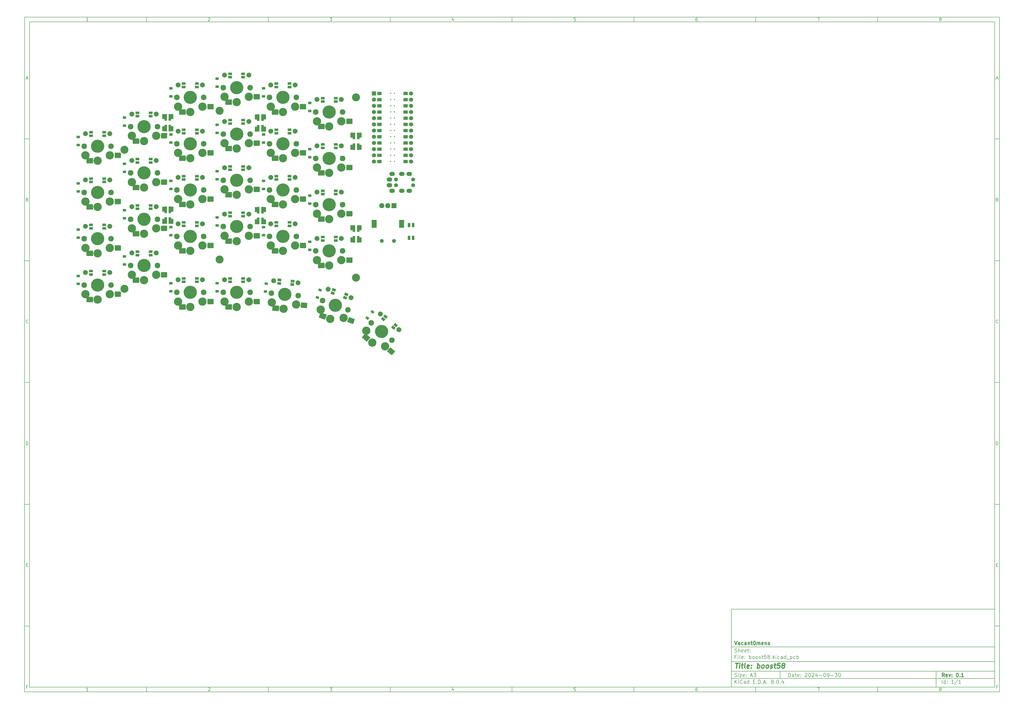
<source format=gbr>
%TF.GenerationSoftware,KiCad,Pcbnew,8.0.4*%
%TF.CreationDate,2024-11-02T00:03:45-06:00*%
%TF.ProjectId,boost58,626f6f73-7435-4382-9e6b-696361645f70,0.1*%
%TF.SameCoordinates,Original*%
%TF.FileFunction,Soldermask,Top*%
%TF.FilePolarity,Negative*%
%FSLAX46Y46*%
G04 Gerber Fmt 4.6, Leading zero omitted, Abs format (unit mm)*
G04 Created by KiCad (PCBNEW 8.0.4) date 2024-11-02 00:03:45*
%MOMM*%
%LPD*%
G01*
G04 APERTURE LIST*
G04 Aperture macros list*
%AMRoundRect*
0 Rectangle with rounded corners*
0 $1 Rounding radius*
0 $2 $3 $4 $5 $6 $7 $8 $9 X,Y pos of 4 corners*
0 Add a 4 corners polygon primitive as box body*
4,1,4,$2,$3,$4,$5,$6,$7,$8,$9,$2,$3,0*
0 Add four circle primitives for the rounded corners*
1,1,$1+$1,$2,$3*
1,1,$1+$1,$4,$5*
1,1,$1+$1,$6,$7*
1,1,$1+$1,$8,$9*
0 Add four rect primitives between the rounded corners*
20,1,$1+$1,$2,$3,$4,$5,0*
20,1,$1+$1,$4,$5,$6,$7,0*
20,1,$1+$1,$6,$7,$8,$9,0*
20,1,$1+$1,$8,$9,$2,$3,0*%
%AMFreePoly0*
4,1,14,0.635355,0.435355,0.650000,0.400000,0.650000,0.200000,0.635355,0.164645,0.035355,-0.435355,0.000000,-0.450000,-0.035355,-0.435355,-0.635355,0.164645,-0.650000,0.200000,-0.650000,0.400000,-0.635355,0.435355,-0.600000,0.450000,0.600000,0.450000,0.635355,0.435355,0.635355,0.435355,$1*%
%AMFreePoly1*
4,1,16,0.635355,1.035355,0.650000,1.000000,0.650000,-0.250000,0.635355,-0.285355,0.600000,-0.300000,-0.600000,-0.300000,-0.635355,-0.285355,-0.650000,-0.250000,-0.650000,1.000000,-0.635355,1.035355,-0.600000,1.050000,-0.564645,1.035355,0.000000,0.470710,0.564645,1.035355,0.600000,1.050000,0.635355,1.035355,0.635355,1.035355,$1*%
G04 Aperture macros list end*
%ADD10C,0.100000*%
%ADD11C,0.150000*%
%ADD12C,0.300000*%
%ADD13C,0.400000*%
%ADD14C,0.250000*%
%ADD15C,3.300000*%
%ADD16RoundRect,0.050000X0.500000X-1.300000X0.500000X1.300000X-0.500000X1.300000X-0.500000X-1.300000X0*%
%ADD17RoundRect,0.050000X0.600000X-1.000000X0.600000X1.000000X-0.600000X1.000000X-0.600000X-1.000000X0*%
%ADD18RoundRect,0.050000X-1.000000X1.600000X-1.000000X-1.600000X1.000000X-1.600000X1.000000X1.600000X0*%
%ADD19C,1.600000*%
%ADD20RoundRect,0.050000X-1.000000X1.000000X-1.000000X-1.000000X1.000000X-1.000000X1.000000X1.000000X0*%
%ADD21C,2.100000*%
%ADD22RoundRect,0.050000X0.500000X-0.775000X0.500000X0.775000X-0.500000X0.775000X-0.500000X-0.775000X0*%
%ADD23O,2.300000X1.700000*%
%ADD24RoundRect,0.050000X-0.500000X1.300000X-0.500000X-1.300000X0.500000X-1.300000X0.500000X1.300000X0*%
%ADD25RoundRect,0.050000X-0.600000X1.000000X-0.600000X-1.000000X0.600000X-1.000000X0.600000X1.000000X0*%
%ADD26C,1.700000*%
%ADD27FreePoly0,270.000000*%
%ADD28FreePoly0,90.000000*%
%ADD29RoundRect,0.050000X-0.800000X0.800000X-0.800000X-0.800000X0.800000X-0.800000X0.800000X0.800000X0*%
%ADD30FreePoly1,270.000000*%
%ADD31FreePoly1,90.000000*%
%ADD32RoundRect,0.215000X1.085000X0.860000X-1.085000X0.860000X-1.085000X-0.860000X1.085000X-0.860000X0*%
%ADD33C,2.300000*%
%ADD34C,2.000000*%
%ADD35C,3.400000*%
%ADD36C,5.400000*%
%ADD37RoundRect,0.225000X1.150000X0.900000X-1.150000X0.900000X-1.150000X-0.900000X1.150000X-0.900000X0*%
%ADD38RoundRect,0.050000X-0.170372X0.730393X-0.748881X0.040953X0.170372X-0.730393X0.748881X-0.040953X0*%
%ADD39RoundRect,0.050000X-0.700000X-0.500000X0.700000X-0.500000X0.700000X0.500000X-0.700000X0.500000X0*%
%ADD40RoundRect,0.050000X-0.600000X0.450000X-0.600000X-0.450000X0.600000X-0.450000X0.600000X0.450000X0*%
%ADD41RoundRect,0.050000X-0.558497X0.500581X-0.636937X-0.395994X0.558497X-0.500581X0.636937X0.395994X0*%
%ADD42RoundRect,0.050000X-0.857625X0.066929X0.214837X-0.832974X0.857625X-0.066929X-0.214837X0.832974X0*%
%ADD43RoundRect,0.215000X1.383956X-0.038626X-0.278361X1.356223X-1.383956X0.038626X0.278361X-1.356223X0*%
%ADD44RoundRect,0.225000X1.459460X-0.049766X-0.302442X1.428646X-1.459460X0.049766X0.302442X-1.428646X0*%
%ADD45RoundRect,0.050000X-0.740914X-0.437088X0.653758X-0.559106X0.740914X0.437088X-0.653758X0.559106X0*%
%ADD46RoundRect,0.050000X-0.828795X-0.230432X0.486775X-0.709260X0.828795X0.230432X-0.486775X0.709260X0*%
%ADD47RoundRect,0.215000X1.313704X0.437044X-0.725429X1.179228X-1.313704X-0.437044X0.725429X-1.179228X0*%
%ADD48RoundRect,0.225000X1.388465X0.452400X-0.772828X1.239047X-1.388465X-0.452400X0.772828X-1.239047X0*%
%ADD49RoundRect,0.050000X-0.409907X0.628074X-0.717725X-0.217650X0.409907X-0.628074X0.717725X0.217650X0*%
%ADD50RoundRect,0.215000X1.155825X0.762163X-1.005917X0.951291X-1.155825X-0.762163X1.005917X-0.951291X0*%
%ADD51RoundRect,0.225000X1.224064X0.796346X-1.067184X0.996804X-1.224064X-0.796346X1.067184X-0.996804X0*%
G04 APERTURE END LIST*
D10*
D11*
X299989000Y-253002200D02*
X407989000Y-253002200D01*
X407989000Y-285002200D01*
X299989000Y-285002200D01*
X299989000Y-253002200D01*
D10*
D11*
X10000000Y-10000000D02*
X409989000Y-10000000D01*
X409989000Y-287002200D01*
X10000000Y-287002200D01*
X10000000Y-10000000D01*
D10*
D11*
X12000000Y-12000000D02*
X407989000Y-12000000D01*
X407989000Y-285002200D01*
X12000000Y-285002200D01*
X12000000Y-12000000D01*
D10*
D11*
X60000000Y-12000000D02*
X60000000Y-10000000D01*
D10*
D11*
X110000000Y-12000000D02*
X110000000Y-10000000D01*
D10*
D11*
X160000000Y-12000000D02*
X160000000Y-10000000D01*
D10*
D11*
X210000000Y-12000000D02*
X210000000Y-10000000D01*
D10*
D11*
X260000000Y-12000000D02*
X260000000Y-10000000D01*
D10*
D11*
X310000000Y-12000000D02*
X310000000Y-10000000D01*
D10*
D11*
X360000000Y-12000000D02*
X360000000Y-10000000D01*
D10*
D11*
X36089160Y-11593604D02*
X35346303Y-11593604D01*
X35717731Y-11593604D02*
X35717731Y-10293604D01*
X35717731Y-10293604D02*
X35593922Y-10479319D01*
X35593922Y-10479319D02*
X35470112Y-10603128D01*
X35470112Y-10603128D02*
X35346303Y-10665033D01*
D10*
D11*
X85346303Y-10417414D02*
X85408207Y-10355509D01*
X85408207Y-10355509D02*
X85532017Y-10293604D01*
X85532017Y-10293604D02*
X85841541Y-10293604D01*
X85841541Y-10293604D02*
X85965350Y-10355509D01*
X85965350Y-10355509D02*
X86027255Y-10417414D01*
X86027255Y-10417414D02*
X86089160Y-10541223D01*
X86089160Y-10541223D02*
X86089160Y-10665033D01*
X86089160Y-10665033D02*
X86027255Y-10850747D01*
X86027255Y-10850747D02*
X85284398Y-11593604D01*
X85284398Y-11593604D02*
X86089160Y-11593604D01*
D10*
D11*
X135284398Y-10293604D02*
X136089160Y-10293604D01*
X136089160Y-10293604D02*
X135655826Y-10788842D01*
X135655826Y-10788842D02*
X135841541Y-10788842D01*
X135841541Y-10788842D02*
X135965350Y-10850747D01*
X135965350Y-10850747D02*
X136027255Y-10912652D01*
X136027255Y-10912652D02*
X136089160Y-11036461D01*
X136089160Y-11036461D02*
X136089160Y-11345985D01*
X136089160Y-11345985D02*
X136027255Y-11469795D01*
X136027255Y-11469795D02*
X135965350Y-11531700D01*
X135965350Y-11531700D02*
X135841541Y-11593604D01*
X135841541Y-11593604D02*
X135470112Y-11593604D01*
X135470112Y-11593604D02*
X135346303Y-11531700D01*
X135346303Y-11531700D02*
X135284398Y-11469795D01*
D10*
D11*
X185965350Y-10726938D02*
X185965350Y-11593604D01*
X185655826Y-10231700D02*
X185346303Y-11160271D01*
X185346303Y-11160271D02*
X186151064Y-11160271D01*
D10*
D11*
X236027255Y-10293604D02*
X235408207Y-10293604D01*
X235408207Y-10293604D02*
X235346303Y-10912652D01*
X235346303Y-10912652D02*
X235408207Y-10850747D01*
X235408207Y-10850747D02*
X235532017Y-10788842D01*
X235532017Y-10788842D02*
X235841541Y-10788842D01*
X235841541Y-10788842D02*
X235965350Y-10850747D01*
X235965350Y-10850747D02*
X236027255Y-10912652D01*
X236027255Y-10912652D02*
X236089160Y-11036461D01*
X236089160Y-11036461D02*
X236089160Y-11345985D01*
X236089160Y-11345985D02*
X236027255Y-11469795D01*
X236027255Y-11469795D02*
X235965350Y-11531700D01*
X235965350Y-11531700D02*
X235841541Y-11593604D01*
X235841541Y-11593604D02*
X235532017Y-11593604D01*
X235532017Y-11593604D02*
X235408207Y-11531700D01*
X235408207Y-11531700D02*
X235346303Y-11469795D01*
D10*
D11*
X285965350Y-10293604D02*
X285717731Y-10293604D01*
X285717731Y-10293604D02*
X285593922Y-10355509D01*
X285593922Y-10355509D02*
X285532017Y-10417414D01*
X285532017Y-10417414D02*
X285408207Y-10603128D01*
X285408207Y-10603128D02*
X285346303Y-10850747D01*
X285346303Y-10850747D02*
X285346303Y-11345985D01*
X285346303Y-11345985D02*
X285408207Y-11469795D01*
X285408207Y-11469795D02*
X285470112Y-11531700D01*
X285470112Y-11531700D02*
X285593922Y-11593604D01*
X285593922Y-11593604D02*
X285841541Y-11593604D01*
X285841541Y-11593604D02*
X285965350Y-11531700D01*
X285965350Y-11531700D02*
X286027255Y-11469795D01*
X286027255Y-11469795D02*
X286089160Y-11345985D01*
X286089160Y-11345985D02*
X286089160Y-11036461D01*
X286089160Y-11036461D02*
X286027255Y-10912652D01*
X286027255Y-10912652D02*
X285965350Y-10850747D01*
X285965350Y-10850747D02*
X285841541Y-10788842D01*
X285841541Y-10788842D02*
X285593922Y-10788842D01*
X285593922Y-10788842D02*
X285470112Y-10850747D01*
X285470112Y-10850747D02*
X285408207Y-10912652D01*
X285408207Y-10912652D02*
X285346303Y-11036461D01*
D10*
D11*
X335284398Y-10293604D02*
X336151064Y-10293604D01*
X336151064Y-10293604D02*
X335593922Y-11593604D01*
D10*
D11*
X385593922Y-10850747D02*
X385470112Y-10788842D01*
X385470112Y-10788842D02*
X385408207Y-10726938D01*
X385408207Y-10726938D02*
X385346303Y-10603128D01*
X385346303Y-10603128D02*
X385346303Y-10541223D01*
X385346303Y-10541223D02*
X385408207Y-10417414D01*
X385408207Y-10417414D02*
X385470112Y-10355509D01*
X385470112Y-10355509D02*
X385593922Y-10293604D01*
X385593922Y-10293604D02*
X385841541Y-10293604D01*
X385841541Y-10293604D02*
X385965350Y-10355509D01*
X385965350Y-10355509D02*
X386027255Y-10417414D01*
X386027255Y-10417414D02*
X386089160Y-10541223D01*
X386089160Y-10541223D02*
X386089160Y-10603128D01*
X386089160Y-10603128D02*
X386027255Y-10726938D01*
X386027255Y-10726938D02*
X385965350Y-10788842D01*
X385965350Y-10788842D02*
X385841541Y-10850747D01*
X385841541Y-10850747D02*
X385593922Y-10850747D01*
X385593922Y-10850747D02*
X385470112Y-10912652D01*
X385470112Y-10912652D02*
X385408207Y-10974557D01*
X385408207Y-10974557D02*
X385346303Y-11098366D01*
X385346303Y-11098366D02*
X385346303Y-11345985D01*
X385346303Y-11345985D02*
X385408207Y-11469795D01*
X385408207Y-11469795D02*
X385470112Y-11531700D01*
X385470112Y-11531700D02*
X385593922Y-11593604D01*
X385593922Y-11593604D02*
X385841541Y-11593604D01*
X385841541Y-11593604D02*
X385965350Y-11531700D01*
X385965350Y-11531700D02*
X386027255Y-11469795D01*
X386027255Y-11469795D02*
X386089160Y-11345985D01*
X386089160Y-11345985D02*
X386089160Y-11098366D01*
X386089160Y-11098366D02*
X386027255Y-10974557D01*
X386027255Y-10974557D02*
X385965350Y-10912652D01*
X385965350Y-10912652D02*
X385841541Y-10850747D01*
D10*
D11*
X60000000Y-285002200D02*
X60000000Y-287002200D01*
D10*
D11*
X110000000Y-285002200D02*
X110000000Y-287002200D01*
D10*
D11*
X160000000Y-285002200D02*
X160000000Y-287002200D01*
D10*
D11*
X210000000Y-285002200D02*
X210000000Y-287002200D01*
D10*
D11*
X260000000Y-285002200D02*
X260000000Y-287002200D01*
D10*
D11*
X310000000Y-285002200D02*
X310000000Y-287002200D01*
D10*
D11*
X360000000Y-285002200D02*
X360000000Y-287002200D01*
D10*
D11*
X36089160Y-286595804D02*
X35346303Y-286595804D01*
X35717731Y-286595804D02*
X35717731Y-285295804D01*
X35717731Y-285295804D02*
X35593922Y-285481519D01*
X35593922Y-285481519D02*
X35470112Y-285605328D01*
X35470112Y-285605328D02*
X35346303Y-285667233D01*
D10*
D11*
X85346303Y-285419614D02*
X85408207Y-285357709D01*
X85408207Y-285357709D02*
X85532017Y-285295804D01*
X85532017Y-285295804D02*
X85841541Y-285295804D01*
X85841541Y-285295804D02*
X85965350Y-285357709D01*
X85965350Y-285357709D02*
X86027255Y-285419614D01*
X86027255Y-285419614D02*
X86089160Y-285543423D01*
X86089160Y-285543423D02*
X86089160Y-285667233D01*
X86089160Y-285667233D02*
X86027255Y-285852947D01*
X86027255Y-285852947D02*
X85284398Y-286595804D01*
X85284398Y-286595804D02*
X86089160Y-286595804D01*
D10*
D11*
X135284398Y-285295804D02*
X136089160Y-285295804D01*
X136089160Y-285295804D02*
X135655826Y-285791042D01*
X135655826Y-285791042D02*
X135841541Y-285791042D01*
X135841541Y-285791042D02*
X135965350Y-285852947D01*
X135965350Y-285852947D02*
X136027255Y-285914852D01*
X136027255Y-285914852D02*
X136089160Y-286038661D01*
X136089160Y-286038661D02*
X136089160Y-286348185D01*
X136089160Y-286348185D02*
X136027255Y-286471995D01*
X136027255Y-286471995D02*
X135965350Y-286533900D01*
X135965350Y-286533900D02*
X135841541Y-286595804D01*
X135841541Y-286595804D02*
X135470112Y-286595804D01*
X135470112Y-286595804D02*
X135346303Y-286533900D01*
X135346303Y-286533900D02*
X135284398Y-286471995D01*
D10*
D11*
X185965350Y-285729138D02*
X185965350Y-286595804D01*
X185655826Y-285233900D02*
X185346303Y-286162471D01*
X185346303Y-286162471D02*
X186151064Y-286162471D01*
D10*
D11*
X236027255Y-285295804D02*
X235408207Y-285295804D01*
X235408207Y-285295804D02*
X235346303Y-285914852D01*
X235346303Y-285914852D02*
X235408207Y-285852947D01*
X235408207Y-285852947D02*
X235532017Y-285791042D01*
X235532017Y-285791042D02*
X235841541Y-285791042D01*
X235841541Y-285791042D02*
X235965350Y-285852947D01*
X235965350Y-285852947D02*
X236027255Y-285914852D01*
X236027255Y-285914852D02*
X236089160Y-286038661D01*
X236089160Y-286038661D02*
X236089160Y-286348185D01*
X236089160Y-286348185D02*
X236027255Y-286471995D01*
X236027255Y-286471995D02*
X235965350Y-286533900D01*
X235965350Y-286533900D02*
X235841541Y-286595804D01*
X235841541Y-286595804D02*
X235532017Y-286595804D01*
X235532017Y-286595804D02*
X235408207Y-286533900D01*
X235408207Y-286533900D02*
X235346303Y-286471995D01*
D10*
D11*
X285965350Y-285295804D02*
X285717731Y-285295804D01*
X285717731Y-285295804D02*
X285593922Y-285357709D01*
X285593922Y-285357709D02*
X285532017Y-285419614D01*
X285532017Y-285419614D02*
X285408207Y-285605328D01*
X285408207Y-285605328D02*
X285346303Y-285852947D01*
X285346303Y-285852947D02*
X285346303Y-286348185D01*
X285346303Y-286348185D02*
X285408207Y-286471995D01*
X285408207Y-286471995D02*
X285470112Y-286533900D01*
X285470112Y-286533900D02*
X285593922Y-286595804D01*
X285593922Y-286595804D02*
X285841541Y-286595804D01*
X285841541Y-286595804D02*
X285965350Y-286533900D01*
X285965350Y-286533900D02*
X286027255Y-286471995D01*
X286027255Y-286471995D02*
X286089160Y-286348185D01*
X286089160Y-286348185D02*
X286089160Y-286038661D01*
X286089160Y-286038661D02*
X286027255Y-285914852D01*
X286027255Y-285914852D02*
X285965350Y-285852947D01*
X285965350Y-285852947D02*
X285841541Y-285791042D01*
X285841541Y-285791042D02*
X285593922Y-285791042D01*
X285593922Y-285791042D02*
X285470112Y-285852947D01*
X285470112Y-285852947D02*
X285408207Y-285914852D01*
X285408207Y-285914852D02*
X285346303Y-286038661D01*
D10*
D11*
X335284398Y-285295804D02*
X336151064Y-285295804D01*
X336151064Y-285295804D02*
X335593922Y-286595804D01*
D10*
D11*
X385593922Y-285852947D02*
X385470112Y-285791042D01*
X385470112Y-285791042D02*
X385408207Y-285729138D01*
X385408207Y-285729138D02*
X385346303Y-285605328D01*
X385346303Y-285605328D02*
X385346303Y-285543423D01*
X385346303Y-285543423D02*
X385408207Y-285419614D01*
X385408207Y-285419614D02*
X385470112Y-285357709D01*
X385470112Y-285357709D02*
X385593922Y-285295804D01*
X385593922Y-285295804D02*
X385841541Y-285295804D01*
X385841541Y-285295804D02*
X385965350Y-285357709D01*
X385965350Y-285357709D02*
X386027255Y-285419614D01*
X386027255Y-285419614D02*
X386089160Y-285543423D01*
X386089160Y-285543423D02*
X386089160Y-285605328D01*
X386089160Y-285605328D02*
X386027255Y-285729138D01*
X386027255Y-285729138D02*
X385965350Y-285791042D01*
X385965350Y-285791042D02*
X385841541Y-285852947D01*
X385841541Y-285852947D02*
X385593922Y-285852947D01*
X385593922Y-285852947D02*
X385470112Y-285914852D01*
X385470112Y-285914852D02*
X385408207Y-285976757D01*
X385408207Y-285976757D02*
X385346303Y-286100566D01*
X385346303Y-286100566D02*
X385346303Y-286348185D01*
X385346303Y-286348185D02*
X385408207Y-286471995D01*
X385408207Y-286471995D02*
X385470112Y-286533900D01*
X385470112Y-286533900D02*
X385593922Y-286595804D01*
X385593922Y-286595804D02*
X385841541Y-286595804D01*
X385841541Y-286595804D02*
X385965350Y-286533900D01*
X385965350Y-286533900D02*
X386027255Y-286471995D01*
X386027255Y-286471995D02*
X386089160Y-286348185D01*
X386089160Y-286348185D02*
X386089160Y-286100566D01*
X386089160Y-286100566D02*
X386027255Y-285976757D01*
X386027255Y-285976757D02*
X385965350Y-285914852D01*
X385965350Y-285914852D02*
X385841541Y-285852947D01*
D10*
D11*
X10000000Y-60000000D02*
X12000000Y-60000000D01*
D10*
D11*
X10000000Y-110000000D02*
X12000000Y-110000000D01*
D10*
D11*
X10000000Y-160000000D02*
X12000000Y-160000000D01*
D10*
D11*
X10000000Y-210000000D02*
X12000000Y-210000000D01*
D10*
D11*
X10000000Y-260000000D02*
X12000000Y-260000000D01*
D10*
D11*
X10690476Y-35222176D02*
X11309523Y-35222176D01*
X10566666Y-35593604D02*
X10999999Y-34293604D01*
X10999999Y-34293604D02*
X11433333Y-35593604D01*
D10*
D11*
X11092857Y-84912652D02*
X11278571Y-84974557D01*
X11278571Y-84974557D02*
X11340476Y-85036461D01*
X11340476Y-85036461D02*
X11402380Y-85160271D01*
X11402380Y-85160271D02*
X11402380Y-85345985D01*
X11402380Y-85345985D02*
X11340476Y-85469795D01*
X11340476Y-85469795D02*
X11278571Y-85531700D01*
X11278571Y-85531700D02*
X11154761Y-85593604D01*
X11154761Y-85593604D02*
X10659523Y-85593604D01*
X10659523Y-85593604D02*
X10659523Y-84293604D01*
X10659523Y-84293604D02*
X11092857Y-84293604D01*
X11092857Y-84293604D02*
X11216666Y-84355509D01*
X11216666Y-84355509D02*
X11278571Y-84417414D01*
X11278571Y-84417414D02*
X11340476Y-84541223D01*
X11340476Y-84541223D02*
X11340476Y-84665033D01*
X11340476Y-84665033D02*
X11278571Y-84788842D01*
X11278571Y-84788842D02*
X11216666Y-84850747D01*
X11216666Y-84850747D02*
X11092857Y-84912652D01*
X11092857Y-84912652D02*
X10659523Y-84912652D01*
D10*
D11*
X11402380Y-135469795D02*
X11340476Y-135531700D01*
X11340476Y-135531700D02*
X11154761Y-135593604D01*
X11154761Y-135593604D02*
X11030952Y-135593604D01*
X11030952Y-135593604D02*
X10845238Y-135531700D01*
X10845238Y-135531700D02*
X10721428Y-135407890D01*
X10721428Y-135407890D02*
X10659523Y-135284080D01*
X10659523Y-135284080D02*
X10597619Y-135036461D01*
X10597619Y-135036461D02*
X10597619Y-134850747D01*
X10597619Y-134850747D02*
X10659523Y-134603128D01*
X10659523Y-134603128D02*
X10721428Y-134479319D01*
X10721428Y-134479319D02*
X10845238Y-134355509D01*
X10845238Y-134355509D02*
X11030952Y-134293604D01*
X11030952Y-134293604D02*
X11154761Y-134293604D01*
X11154761Y-134293604D02*
X11340476Y-134355509D01*
X11340476Y-134355509D02*
X11402380Y-134417414D01*
D10*
D11*
X10659523Y-185593604D02*
X10659523Y-184293604D01*
X10659523Y-184293604D02*
X10969047Y-184293604D01*
X10969047Y-184293604D02*
X11154761Y-184355509D01*
X11154761Y-184355509D02*
X11278571Y-184479319D01*
X11278571Y-184479319D02*
X11340476Y-184603128D01*
X11340476Y-184603128D02*
X11402380Y-184850747D01*
X11402380Y-184850747D02*
X11402380Y-185036461D01*
X11402380Y-185036461D02*
X11340476Y-185284080D01*
X11340476Y-185284080D02*
X11278571Y-185407890D01*
X11278571Y-185407890D02*
X11154761Y-185531700D01*
X11154761Y-185531700D02*
X10969047Y-185593604D01*
X10969047Y-185593604D02*
X10659523Y-185593604D01*
D10*
D11*
X10721428Y-234912652D02*
X11154762Y-234912652D01*
X11340476Y-235593604D02*
X10721428Y-235593604D01*
X10721428Y-235593604D02*
X10721428Y-234293604D01*
X10721428Y-234293604D02*
X11340476Y-234293604D01*
D10*
D11*
X11185714Y-284912652D02*
X10752380Y-284912652D01*
X10752380Y-285593604D02*
X10752380Y-284293604D01*
X10752380Y-284293604D02*
X11371428Y-284293604D01*
D10*
D11*
X409989000Y-60000000D02*
X407989000Y-60000000D01*
D10*
D11*
X409989000Y-110000000D02*
X407989000Y-110000000D01*
D10*
D11*
X409989000Y-160000000D02*
X407989000Y-160000000D01*
D10*
D11*
X409989000Y-210000000D02*
X407989000Y-210000000D01*
D10*
D11*
X409989000Y-260000000D02*
X407989000Y-260000000D01*
D10*
D11*
X408679476Y-35222176D02*
X409298523Y-35222176D01*
X408555666Y-35593604D02*
X408988999Y-34293604D01*
X408988999Y-34293604D02*
X409422333Y-35593604D01*
D10*
D11*
X409081857Y-84912652D02*
X409267571Y-84974557D01*
X409267571Y-84974557D02*
X409329476Y-85036461D01*
X409329476Y-85036461D02*
X409391380Y-85160271D01*
X409391380Y-85160271D02*
X409391380Y-85345985D01*
X409391380Y-85345985D02*
X409329476Y-85469795D01*
X409329476Y-85469795D02*
X409267571Y-85531700D01*
X409267571Y-85531700D02*
X409143761Y-85593604D01*
X409143761Y-85593604D02*
X408648523Y-85593604D01*
X408648523Y-85593604D02*
X408648523Y-84293604D01*
X408648523Y-84293604D02*
X409081857Y-84293604D01*
X409081857Y-84293604D02*
X409205666Y-84355509D01*
X409205666Y-84355509D02*
X409267571Y-84417414D01*
X409267571Y-84417414D02*
X409329476Y-84541223D01*
X409329476Y-84541223D02*
X409329476Y-84665033D01*
X409329476Y-84665033D02*
X409267571Y-84788842D01*
X409267571Y-84788842D02*
X409205666Y-84850747D01*
X409205666Y-84850747D02*
X409081857Y-84912652D01*
X409081857Y-84912652D02*
X408648523Y-84912652D01*
D10*
D11*
X409391380Y-135469795D02*
X409329476Y-135531700D01*
X409329476Y-135531700D02*
X409143761Y-135593604D01*
X409143761Y-135593604D02*
X409019952Y-135593604D01*
X409019952Y-135593604D02*
X408834238Y-135531700D01*
X408834238Y-135531700D02*
X408710428Y-135407890D01*
X408710428Y-135407890D02*
X408648523Y-135284080D01*
X408648523Y-135284080D02*
X408586619Y-135036461D01*
X408586619Y-135036461D02*
X408586619Y-134850747D01*
X408586619Y-134850747D02*
X408648523Y-134603128D01*
X408648523Y-134603128D02*
X408710428Y-134479319D01*
X408710428Y-134479319D02*
X408834238Y-134355509D01*
X408834238Y-134355509D02*
X409019952Y-134293604D01*
X409019952Y-134293604D02*
X409143761Y-134293604D01*
X409143761Y-134293604D02*
X409329476Y-134355509D01*
X409329476Y-134355509D02*
X409391380Y-134417414D01*
D10*
D11*
X408648523Y-185593604D02*
X408648523Y-184293604D01*
X408648523Y-184293604D02*
X408958047Y-184293604D01*
X408958047Y-184293604D02*
X409143761Y-184355509D01*
X409143761Y-184355509D02*
X409267571Y-184479319D01*
X409267571Y-184479319D02*
X409329476Y-184603128D01*
X409329476Y-184603128D02*
X409391380Y-184850747D01*
X409391380Y-184850747D02*
X409391380Y-185036461D01*
X409391380Y-185036461D02*
X409329476Y-185284080D01*
X409329476Y-185284080D02*
X409267571Y-185407890D01*
X409267571Y-185407890D02*
X409143761Y-185531700D01*
X409143761Y-185531700D02*
X408958047Y-185593604D01*
X408958047Y-185593604D02*
X408648523Y-185593604D01*
D10*
D11*
X408710428Y-234912652D02*
X409143762Y-234912652D01*
X409329476Y-235593604D02*
X408710428Y-235593604D01*
X408710428Y-235593604D02*
X408710428Y-234293604D01*
X408710428Y-234293604D02*
X409329476Y-234293604D01*
D10*
D11*
X409174714Y-284912652D02*
X408741380Y-284912652D01*
X408741380Y-285593604D02*
X408741380Y-284293604D01*
X408741380Y-284293604D02*
X409360428Y-284293604D01*
D10*
D11*
X323444826Y-280788328D02*
X323444826Y-279288328D01*
X323444826Y-279288328D02*
X323801969Y-279288328D01*
X323801969Y-279288328D02*
X324016255Y-279359757D01*
X324016255Y-279359757D02*
X324159112Y-279502614D01*
X324159112Y-279502614D02*
X324230541Y-279645471D01*
X324230541Y-279645471D02*
X324301969Y-279931185D01*
X324301969Y-279931185D02*
X324301969Y-280145471D01*
X324301969Y-280145471D02*
X324230541Y-280431185D01*
X324230541Y-280431185D02*
X324159112Y-280574042D01*
X324159112Y-280574042D02*
X324016255Y-280716900D01*
X324016255Y-280716900D02*
X323801969Y-280788328D01*
X323801969Y-280788328D02*
X323444826Y-280788328D01*
X325587684Y-280788328D02*
X325587684Y-280002614D01*
X325587684Y-280002614D02*
X325516255Y-279859757D01*
X325516255Y-279859757D02*
X325373398Y-279788328D01*
X325373398Y-279788328D02*
X325087684Y-279788328D01*
X325087684Y-279788328D02*
X324944826Y-279859757D01*
X325587684Y-280716900D02*
X325444826Y-280788328D01*
X325444826Y-280788328D02*
X325087684Y-280788328D01*
X325087684Y-280788328D02*
X324944826Y-280716900D01*
X324944826Y-280716900D02*
X324873398Y-280574042D01*
X324873398Y-280574042D02*
X324873398Y-280431185D01*
X324873398Y-280431185D02*
X324944826Y-280288328D01*
X324944826Y-280288328D02*
X325087684Y-280216900D01*
X325087684Y-280216900D02*
X325444826Y-280216900D01*
X325444826Y-280216900D02*
X325587684Y-280145471D01*
X326087684Y-279788328D02*
X326659112Y-279788328D01*
X326301969Y-279288328D02*
X326301969Y-280574042D01*
X326301969Y-280574042D02*
X326373398Y-280716900D01*
X326373398Y-280716900D02*
X326516255Y-280788328D01*
X326516255Y-280788328D02*
X326659112Y-280788328D01*
X327730541Y-280716900D02*
X327587684Y-280788328D01*
X327587684Y-280788328D02*
X327301970Y-280788328D01*
X327301970Y-280788328D02*
X327159112Y-280716900D01*
X327159112Y-280716900D02*
X327087684Y-280574042D01*
X327087684Y-280574042D02*
X327087684Y-280002614D01*
X327087684Y-280002614D02*
X327159112Y-279859757D01*
X327159112Y-279859757D02*
X327301970Y-279788328D01*
X327301970Y-279788328D02*
X327587684Y-279788328D01*
X327587684Y-279788328D02*
X327730541Y-279859757D01*
X327730541Y-279859757D02*
X327801970Y-280002614D01*
X327801970Y-280002614D02*
X327801970Y-280145471D01*
X327801970Y-280145471D02*
X327087684Y-280288328D01*
X328444826Y-280645471D02*
X328516255Y-280716900D01*
X328516255Y-280716900D02*
X328444826Y-280788328D01*
X328444826Y-280788328D02*
X328373398Y-280716900D01*
X328373398Y-280716900D02*
X328444826Y-280645471D01*
X328444826Y-280645471D02*
X328444826Y-280788328D01*
X328444826Y-279859757D02*
X328516255Y-279931185D01*
X328516255Y-279931185D02*
X328444826Y-280002614D01*
X328444826Y-280002614D02*
X328373398Y-279931185D01*
X328373398Y-279931185D02*
X328444826Y-279859757D01*
X328444826Y-279859757D02*
X328444826Y-280002614D01*
X330230541Y-279431185D02*
X330301969Y-279359757D01*
X330301969Y-279359757D02*
X330444827Y-279288328D01*
X330444827Y-279288328D02*
X330801969Y-279288328D01*
X330801969Y-279288328D02*
X330944827Y-279359757D01*
X330944827Y-279359757D02*
X331016255Y-279431185D01*
X331016255Y-279431185D02*
X331087684Y-279574042D01*
X331087684Y-279574042D02*
X331087684Y-279716900D01*
X331087684Y-279716900D02*
X331016255Y-279931185D01*
X331016255Y-279931185D02*
X330159112Y-280788328D01*
X330159112Y-280788328D02*
X331087684Y-280788328D01*
X332016255Y-279288328D02*
X332159112Y-279288328D01*
X332159112Y-279288328D02*
X332301969Y-279359757D01*
X332301969Y-279359757D02*
X332373398Y-279431185D01*
X332373398Y-279431185D02*
X332444826Y-279574042D01*
X332444826Y-279574042D02*
X332516255Y-279859757D01*
X332516255Y-279859757D02*
X332516255Y-280216900D01*
X332516255Y-280216900D02*
X332444826Y-280502614D01*
X332444826Y-280502614D02*
X332373398Y-280645471D01*
X332373398Y-280645471D02*
X332301969Y-280716900D01*
X332301969Y-280716900D02*
X332159112Y-280788328D01*
X332159112Y-280788328D02*
X332016255Y-280788328D01*
X332016255Y-280788328D02*
X331873398Y-280716900D01*
X331873398Y-280716900D02*
X331801969Y-280645471D01*
X331801969Y-280645471D02*
X331730540Y-280502614D01*
X331730540Y-280502614D02*
X331659112Y-280216900D01*
X331659112Y-280216900D02*
X331659112Y-279859757D01*
X331659112Y-279859757D02*
X331730540Y-279574042D01*
X331730540Y-279574042D02*
X331801969Y-279431185D01*
X331801969Y-279431185D02*
X331873398Y-279359757D01*
X331873398Y-279359757D02*
X332016255Y-279288328D01*
X333087683Y-279431185D02*
X333159111Y-279359757D01*
X333159111Y-279359757D02*
X333301969Y-279288328D01*
X333301969Y-279288328D02*
X333659111Y-279288328D01*
X333659111Y-279288328D02*
X333801969Y-279359757D01*
X333801969Y-279359757D02*
X333873397Y-279431185D01*
X333873397Y-279431185D02*
X333944826Y-279574042D01*
X333944826Y-279574042D02*
X333944826Y-279716900D01*
X333944826Y-279716900D02*
X333873397Y-279931185D01*
X333873397Y-279931185D02*
X333016254Y-280788328D01*
X333016254Y-280788328D02*
X333944826Y-280788328D01*
X335230540Y-279788328D02*
X335230540Y-280788328D01*
X334873397Y-279216900D02*
X334516254Y-280288328D01*
X334516254Y-280288328D02*
X335444825Y-280288328D01*
X336016253Y-280216900D02*
X337159111Y-280216900D01*
X338159111Y-279288328D02*
X338301968Y-279288328D01*
X338301968Y-279288328D02*
X338444825Y-279359757D01*
X338444825Y-279359757D02*
X338516254Y-279431185D01*
X338516254Y-279431185D02*
X338587682Y-279574042D01*
X338587682Y-279574042D02*
X338659111Y-279859757D01*
X338659111Y-279859757D02*
X338659111Y-280216900D01*
X338659111Y-280216900D02*
X338587682Y-280502614D01*
X338587682Y-280502614D02*
X338516254Y-280645471D01*
X338516254Y-280645471D02*
X338444825Y-280716900D01*
X338444825Y-280716900D02*
X338301968Y-280788328D01*
X338301968Y-280788328D02*
X338159111Y-280788328D01*
X338159111Y-280788328D02*
X338016254Y-280716900D01*
X338016254Y-280716900D02*
X337944825Y-280645471D01*
X337944825Y-280645471D02*
X337873396Y-280502614D01*
X337873396Y-280502614D02*
X337801968Y-280216900D01*
X337801968Y-280216900D02*
X337801968Y-279859757D01*
X337801968Y-279859757D02*
X337873396Y-279574042D01*
X337873396Y-279574042D02*
X337944825Y-279431185D01*
X337944825Y-279431185D02*
X338016254Y-279359757D01*
X338016254Y-279359757D02*
X338159111Y-279288328D01*
X339373396Y-280788328D02*
X339659110Y-280788328D01*
X339659110Y-280788328D02*
X339801967Y-280716900D01*
X339801967Y-280716900D02*
X339873396Y-280645471D01*
X339873396Y-280645471D02*
X340016253Y-280431185D01*
X340016253Y-280431185D02*
X340087682Y-280145471D01*
X340087682Y-280145471D02*
X340087682Y-279574042D01*
X340087682Y-279574042D02*
X340016253Y-279431185D01*
X340016253Y-279431185D02*
X339944825Y-279359757D01*
X339944825Y-279359757D02*
X339801967Y-279288328D01*
X339801967Y-279288328D02*
X339516253Y-279288328D01*
X339516253Y-279288328D02*
X339373396Y-279359757D01*
X339373396Y-279359757D02*
X339301967Y-279431185D01*
X339301967Y-279431185D02*
X339230539Y-279574042D01*
X339230539Y-279574042D02*
X339230539Y-279931185D01*
X339230539Y-279931185D02*
X339301967Y-280074042D01*
X339301967Y-280074042D02*
X339373396Y-280145471D01*
X339373396Y-280145471D02*
X339516253Y-280216900D01*
X339516253Y-280216900D02*
X339801967Y-280216900D01*
X339801967Y-280216900D02*
X339944825Y-280145471D01*
X339944825Y-280145471D02*
X340016253Y-280074042D01*
X340016253Y-280074042D02*
X340087682Y-279931185D01*
X340730538Y-280216900D02*
X341873396Y-280216900D01*
X342444824Y-279288328D02*
X343373396Y-279288328D01*
X343373396Y-279288328D02*
X342873396Y-279859757D01*
X342873396Y-279859757D02*
X343087681Y-279859757D01*
X343087681Y-279859757D02*
X343230539Y-279931185D01*
X343230539Y-279931185D02*
X343301967Y-280002614D01*
X343301967Y-280002614D02*
X343373396Y-280145471D01*
X343373396Y-280145471D02*
X343373396Y-280502614D01*
X343373396Y-280502614D02*
X343301967Y-280645471D01*
X343301967Y-280645471D02*
X343230539Y-280716900D01*
X343230539Y-280716900D02*
X343087681Y-280788328D01*
X343087681Y-280788328D02*
X342659110Y-280788328D01*
X342659110Y-280788328D02*
X342516253Y-280716900D01*
X342516253Y-280716900D02*
X342444824Y-280645471D01*
X344301967Y-279288328D02*
X344444824Y-279288328D01*
X344444824Y-279288328D02*
X344587681Y-279359757D01*
X344587681Y-279359757D02*
X344659110Y-279431185D01*
X344659110Y-279431185D02*
X344730538Y-279574042D01*
X344730538Y-279574042D02*
X344801967Y-279859757D01*
X344801967Y-279859757D02*
X344801967Y-280216900D01*
X344801967Y-280216900D02*
X344730538Y-280502614D01*
X344730538Y-280502614D02*
X344659110Y-280645471D01*
X344659110Y-280645471D02*
X344587681Y-280716900D01*
X344587681Y-280716900D02*
X344444824Y-280788328D01*
X344444824Y-280788328D02*
X344301967Y-280788328D01*
X344301967Y-280788328D02*
X344159110Y-280716900D01*
X344159110Y-280716900D02*
X344087681Y-280645471D01*
X344087681Y-280645471D02*
X344016252Y-280502614D01*
X344016252Y-280502614D02*
X343944824Y-280216900D01*
X343944824Y-280216900D02*
X343944824Y-279859757D01*
X343944824Y-279859757D02*
X344016252Y-279574042D01*
X344016252Y-279574042D02*
X344087681Y-279431185D01*
X344087681Y-279431185D02*
X344159110Y-279359757D01*
X344159110Y-279359757D02*
X344301967Y-279288328D01*
D10*
D11*
X299989000Y-281502200D02*
X407989000Y-281502200D01*
D10*
D11*
X301444826Y-283588328D02*
X301444826Y-282088328D01*
X302301969Y-283588328D02*
X301659112Y-282731185D01*
X302301969Y-282088328D02*
X301444826Y-282945471D01*
X302944826Y-283588328D02*
X302944826Y-282588328D01*
X302944826Y-282088328D02*
X302873398Y-282159757D01*
X302873398Y-282159757D02*
X302944826Y-282231185D01*
X302944826Y-282231185D02*
X303016255Y-282159757D01*
X303016255Y-282159757D02*
X302944826Y-282088328D01*
X302944826Y-282088328D02*
X302944826Y-282231185D01*
X304516255Y-283445471D02*
X304444827Y-283516900D01*
X304444827Y-283516900D02*
X304230541Y-283588328D01*
X304230541Y-283588328D02*
X304087684Y-283588328D01*
X304087684Y-283588328D02*
X303873398Y-283516900D01*
X303873398Y-283516900D02*
X303730541Y-283374042D01*
X303730541Y-283374042D02*
X303659112Y-283231185D01*
X303659112Y-283231185D02*
X303587684Y-282945471D01*
X303587684Y-282945471D02*
X303587684Y-282731185D01*
X303587684Y-282731185D02*
X303659112Y-282445471D01*
X303659112Y-282445471D02*
X303730541Y-282302614D01*
X303730541Y-282302614D02*
X303873398Y-282159757D01*
X303873398Y-282159757D02*
X304087684Y-282088328D01*
X304087684Y-282088328D02*
X304230541Y-282088328D01*
X304230541Y-282088328D02*
X304444827Y-282159757D01*
X304444827Y-282159757D02*
X304516255Y-282231185D01*
X305801970Y-283588328D02*
X305801970Y-282802614D01*
X305801970Y-282802614D02*
X305730541Y-282659757D01*
X305730541Y-282659757D02*
X305587684Y-282588328D01*
X305587684Y-282588328D02*
X305301970Y-282588328D01*
X305301970Y-282588328D02*
X305159112Y-282659757D01*
X305801970Y-283516900D02*
X305659112Y-283588328D01*
X305659112Y-283588328D02*
X305301970Y-283588328D01*
X305301970Y-283588328D02*
X305159112Y-283516900D01*
X305159112Y-283516900D02*
X305087684Y-283374042D01*
X305087684Y-283374042D02*
X305087684Y-283231185D01*
X305087684Y-283231185D02*
X305159112Y-283088328D01*
X305159112Y-283088328D02*
X305301970Y-283016900D01*
X305301970Y-283016900D02*
X305659112Y-283016900D01*
X305659112Y-283016900D02*
X305801970Y-282945471D01*
X307159113Y-283588328D02*
X307159113Y-282088328D01*
X307159113Y-283516900D02*
X307016255Y-283588328D01*
X307016255Y-283588328D02*
X306730541Y-283588328D01*
X306730541Y-283588328D02*
X306587684Y-283516900D01*
X306587684Y-283516900D02*
X306516255Y-283445471D01*
X306516255Y-283445471D02*
X306444827Y-283302614D01*
X306444827Y-283302614D02*
X306444827Y-282874042D01*
X306444827Y-282874042D02*
X306516255Y-282731185D01*
X306516255Y-282731185D02*
X306587684Y-282659757D01*
X306587684Y-282659757D02*
X306730541Y-282588328D01*
X306730541Y-282588328D02*
X307016255Y-282588328D01*
X307016255Y-282588328D02*
X307159113Y-282659757D01*
X309016255Y-282802614D02*
X309516255Y-282802614D01*
X309730541Y-283588328D02*
X309016255Y-283588328D01*
X309016255Y-283588328D02*
X309016255Y-282088328D01*
X309016255Y-282088328D02*
X309730541Y-282088328D01*
X310373398Y-283445471D02*
X310444827Y-283516900D01*
X310444827Y-283516900D02*
X310373398Y-283588328D01*
X310373398Y-283588328D02*
X310301970Y-283516900D01*
X310301970Y-283516900D02*
X310373398Y-283445471D01*
X310373398Y-283445471D02*
X310373398Y-283588328D01*
X311087684Y-283588328D02*
X311087684Y-282088328D01*
X311087684Y-282088328D02*
X311444827Y-282088328D01*
X311444827Y-282088328D02*
X311659113Y-282159757D01*
X311659113Y-282159757D02*
X311801970Y-282302614D01*
X311801970Y-282302614D02*
X311873399Y-282445471D01*
X311873399Y-282445471D02*
X311944827Y-282731185D01*
X311944827Y-282731185D02*
X311944827Y-282945471D01*
X311944827Y-282945471D02*
X311873399Y-283231185D01*
X311873399Y-283231185D02*
X311801970Y-283374042D01*
X311801970Y-283374042D02*
X311659113Y-283516900D01*
X311659113Y-283516900D02*
X311444827Y-283588328D01*
X311444827Y-283588328D02*
X311087684Y-283588328D01*
X312587684Y-283445471D02*
X312659113Y-283516900D01*
X312659113Y-283516900D02*
X312587684Y-283588328D01*
X312587684Y-283588328D02*
X312516256Y-283516900D01*
X312516256Y-283516900D02*
X312587684Y-283445471D01*
X312587684Y-283445471D02*
X312587684Y-283588328D01*
X313230542Y-283159757D02*
X313944828Y-283159757D01*
X313087685Y-283588328D02*
X313587685Y-282088328D01*
X313587685Y-282088328D02*
X314087685Y-283588328D01*
X314587684Y-283445471D02*
X314659113Y-283516900D01*
X314659113Y-283516900D02*
X314587684Y-283588328D01*
X314587684Y-283588328D02*
X314516256Y-283516900D01*
X314516256Y-283516900D02*
X314587684Y-283445471D01*
X314587684Y-283445471D02*
X314587684Y-283588328D01*
X316659113Y-282731185D02*
X316516256Y-282659757D01*
X316516256Y-282659757D02*
X316444827Y-282588328D01*
X316444827Y-282588328D02*
X316373399Y-282445471D01*
X316373399Y-282445471D02*
X316373399Y-282374042D01*
X316373399Y-282374042D02*
X316444827Y-282231185D01*
X316444827Y-282231185D02*
X316516256Y-282159757D01*
X316516256Y-282159757D02*
X316659113Y-282088328D01*
X316659113Y-282088328D02*
X316944827Y-282088328D01*
X316944827Y-282088328D02*
X317087685Y-282159757D01*
X317087685Y-282159757D02*
X317159113Y-282231185D01*
X317159113Y-282231185D02*
X317230542Y-282374042D01*
X317230542Y-282374042D02*
X317230542Y-282445471D01*
X317230542Y-282445471D02*
X317159113Y-282588328D01*
X317159113Y-282588328D02*
X317087685Y-282659757D01*
X317087685Y-282659757D02*
X316944827Y-282731185D01*
X316944827Y-282731185D02*
X316659113Y-282731185D01*
X316659113Y-282731185D02*
X316516256Y-282802614D01*
X316516256Y-282802614D02*
X316444827Y-282874042D01*
X316444827Y-282874042D02*
X316373399Y-283016900D01*
X316373399Y-283016900D02*
X316373399Y-283302614D01*
X316373399Y-283302614D02*
X316444827Y-283445471D01*
X316444827Y-283445471D02*
X316516256Y-283516900D01*
X316516256Y-283516900D02*
X316659113Y-283588328D01*
X316659113Y-283588328D02*
X316944827Y-283588328D01*
X316944827Y-283588328D02*
X317087685Y-283516900D01*
X317087685Y-283516900D02*
X317159113Y-283445471D01*
X317159113Y-283445471D02*
X317230542Y-283302614D01*
X317230542Y-283302614D02*
X317230542Y-283016900D01*
X317230542Y-283016900D02*
X317159113Y-282874042D01*
X317159113Y-282874042D02*
X317087685Y-282802614D01*
X317087685Y-282802614D02*
X316944827Y-282731185D01*
X317873398Y-283445471D02*
X317944827Y-283516900D01*
X317944827Y-283516900D02*
X317873398Y-283588328D01*
X317873398Y-283588328D02*
X317801970Y-283516900D01*
X317801970Y-283516900D02*
X317873398Y-283445471D01*
X317873398Y-283445471D02*
X317873398Y-283588328D01*
X318873399Y-282088328D02*
X319016256Y-282088328D01*
X319016256Y-282088328D02*
X319159113Y-282159757D01*
X319159113Y-282159757D02*
X319230542Y-282231185D01*
X319230542Y-282231185D02*
X319301970Y-282374042D01*
X319301970Y-282374042D02*
X319373399Y-282659757D01*
X319373399Y-282659757D02*
X319373399Y-283016900D01*
X319373399Y-283016900D02*
X319301970Y-283302614D01*
X319301970Y-283302614D02*
X319230542Y-283445471D01*
X319230542Y-283445471D02*
X319159113Y-283516900D01*
X319159113Y-283516900D02*
X319016256Y-283588328D01*
X319016256Y-283588328D02*
X318873399Y-283588328D01*
X318873399Y-283588328D02*
X318730542Y-283516900D01*
X318730542Y-283516900D02*
X318659113Y-283445471D01*
X318659113Y-283445471D02*
X318587684Y-283302614D01*
X318587684Y-283302614D02*
X318516256Y-283016900D01*
X318516256Y-283016900D02*
X318516256Y-282659757D01*
X318516256Y-282659757D02*
X318587684Y-282374042D01*
X318587684Y-282374042D02*
X318659113Y-282231185D01*
X318659113Y-282231185D02*
X318730542Y-282159757D01*
X318730542Y-282159757D02*
X318873399Y-282088328D01*
X320016255Y-283445471D02*
X320087684Y-283516900D01*
X320087684Y-283516900D02*
X320016255Y-283588328D01*
X320016255Y-283588328D02*
X319944827Y-283516900D01*
X319944827Y-283516900D02*
X320016255Y-283445471D01*
X320016255Y-283445471D02*
X320016255Y-283588328D01*
X321373399Y-282588328D02*
X321373399Y-283588328D01*
X321016256Y-282016900D02*
X320659113Y-283088328D01*
X320659113Y-283088328D02*
X321587684Y-283088328D01*
D10*
D11*
X299989000Y-278502200D02*
X407989000Y-278502200D01*
D10*
D12*
X387400653Y-280780528D02*
X386900653Y-280066242D01*
X386543510Y-280780528D02*
X386543510Y-279280528D01*
X386543510Y-279280528D02*
X387114939Y-279280528D01*
X387114939Y-279280528D02*
X387257796Y-279351957D01*
X387257796Y-279351957D02*
X387329225Y-279423385D01*
X387329225Y-279423385D02*
X387400653Y-279566242D01*
X387400653Y-279566242D02*
X387400653Y-279780528D01*
X387400653Y-279780528D02*
X387329225Y-279923385D01*
X387329225Y-279923385D02*
X387257796Y-279994814D01*
X387257796Y-279994814D02*
X387114939Y-280066242D01*
X387114939Y-280066242D02*
X386543510Y-280066242D01*
X388614939Y-280709100D02*
X388472082Y-280780528D01*
X388472082Y-280780528D02*
X388186368Y-280780528D01*
X388186368Y-280780528D02*
X388043510Y-280709100D01*
X388043510Y-280709100D02*
X387972082Y-280566242D01*
X387972082Y-280566242D02*
X387972082Y-279994814D01*
X387972082Y-279994814D02*
X388043510Y-279851957D01*
X388043510Y-279851957D02*
X388186368Y-279780528D01*
X388186368Y-279780528D02*
X388472082Y-279780528D01*
X388472082Y-279780528D02*
X388614939Y-279851957D01*
X388614939Y-279851957D02*
X388686368Y-279994814D01*
X388686368Y-279994814D02*
X388686368Y-280137671D01*
X388686368Y-280137671D02*
X387972082Y-280280528D01*
X389186367Y-279780528D02*
X389543510Y-280780528D01*
X389543510Y-280780528D02*
X389900653Y-279780528D01*
X390472081Y-280637671D02*
X390543510Y-280709100D01*
X390543510Y-280709100D02*
X390472081Y-280780528D01*
X390472081Y-280780528D02*
X390400653Y-280709100D01*
X390400653Y-280709100D02*
X390472081Y-280637671D01*
X390472081Y-280637671D02*
X390472081Y-280780528D01*
X390472081Y-279851957D02*
X390543510Y-279923385D01*
X390543510Y-279923385D02*
X390472081Y-279994814D01*
X390472081Y-279994814D02*
X390400653Y-279923385D01*
X390400653Y-279923385D02*
X390472081Y-279851957D01*
X390472081Y-279851957D02*
X390472081Y-279994814D01*
X392614939Y-279280528D02*
X392757796Y-279280528D01*
X392757796Y-279280528D02*
X392900653Y-279351957D01*
X392900653Y-279351957D02*
X392972082Y-279423385D01*
X392972082Y-279423385D02*
X393043510Y-279566242D01*
X393043510Y-279566242D02*
X393114939Y-279851957D01*
X393114939Y-279851957D02*
X393114939Y-280209100D01*
X393114939Y-280209100D02*
X393043510Y-280494814D01*
X393043510Y-280494814D02*
X392972082Y-280637671D01*
X392972082Y-280637671D02*
X392900653Y-280709100D01*
X392900653Y-280709100D02*
X392757796Y-280780528D01*
X392757796Y-280780528D02*
X392614939Y-280780528D01*
X392614939Y-280780528D02*
X392472082Y-280709100D01*
X392472082Y-280709100D02*
X392400653Y-280637671D01*
X392400653Y-280637671D02*
X392329224Y-280494814D01*
X392329224Y-280494814D02*
X392257796Y-280209100D01*
X392257796Y-280209100D02*
X392257796Y-279851957D01*
X392257796Y-279851957D02*
X392329224Y-279566242D01*
X392329224Y-279566242D02*
X392400653Y-279423385D01*
X392400653Y-279423385D02*
X392472082Y-279351957D01*
X392472082Y-279351957D02*
X392614939Y-279280528D01*
X393757795Y-280637671D02*
X393829224Y-280709100D01*
X393829224Y-280709100D02*
X393757795Y-280780528D01*
X393757795Y-280780528D02*
X393686367Y-280709100D01*
X393686367Y-280709100D02*
X393757795Y-280637671D01*
X393757795Y-280637671D02*
X393757795Y-280780528D01*
X395257796Y-280780528D02*
X394400653Y-280780528D01*
X394829224Y-280780528D02*
X394829224Y-279280528D01*
X394829224Y-279280528D02*
X394686367Y-279494814D01*
X394686367Y-279494814D02*
X394543510Y-279637671D01*
X394543510Y-279637671D02*
X394400653Y-279709100D01*
D10*
D11*
X301373398Y-280716900D02*
X301587684Y-280788328D01*
X301587684Y-280788328D02*
X301944826Y-280788328D01*
X301944826Y-280788328D02*
X302087684Y-280716900D01*
X302087684Y-280716900D02*
X302159112Y-280645471D01*
X302159112Y-280645471D02*
X302230541Y-280502614D01*
X302230541Y-280502614D02*
X302230541Y-280359757D01*
X302230541Y-280359757D02*
X302159112Y-280216900D01*
X302159112Y-280216900D02*
X302087684Y-280145471D01*
X302087684Y-280145471D02*
X301944826Y-280074042D01*
X301944826Y-280074042D02*
X301659112Y-280002614D01*
X301659112Y-280002614D02*
X301516255Y-279931185D01*
X301516255Y-279931185D02*
X301444826Y-279859757D01*
X301444826Y-279859757D02*
X301373398Y-279716900D01*
X301373398Y-279716900D02*
X301373398Y-279574042D01*
X301373398Y-279574042D02*
X301444826Y-279431185D01*
X301444826Y-279431185D02*
X301516255Y-279359757D01*
X301516255Y-279359757D02*
X301659112Y-279288328D01*
X301659112Y-279288328D02*
X302016255Y-279288328D01*
X302016255Y-279288328D02*
X302230541Y-279359757D01*
X302873397Y-280788328D02*
X302873397Y-279788328D01*
X302873397Y-279288328D02*
X302801969Y-279359757D01*
X302801969Y-279359757D02*
X302873397Y-279431185D01*
X302873397Y-279431185D02*
X302944826Y-279359757D01*
X302944826Y-279359757D02*
X302873397Y-279288328D01*
X302873397Y-279288328D02*
X302873397Y-279431185D01*
X303444826Y-279788328D02*
X304230541Y-279788328D01*
X304230541Y-279788328D02*
X303444826Y-280788328D01*
X303444826Y-280788328D02*
X304230541Y-280788328D01*
X305373398Y-280716900D02*
X305230541Y-280788328D01*
X305230541Y-280788328D02*
X304944827Y-280788328D01*
X304944827Y-280788328D02*
X304801969Y-280716900D01*
X304801969Y-280716900D02*
X304730541Y-280574042D01*
X304730541Y-280574042D02*
X304730541Y-280002614D01*
X304730541Y-280002614D02*
X304801969Y-279859757D01*
X304801969Y-279859757D02*
X304944827Y-279788328D01*
X304944827Y-279788328D02*
X305230541Y-279788328D01*
X305230541Y-279788328D02*
X305373398Y-279859757D01*
X305373398Y-279859757D02*
X305444827Y-280002614D01*
X305444827Y-280002614D02*
X305444827Y-280145471D01*
X305444827Y-280145471D02*
X304730541Y-280288328D01*
X306087683Y-280645471D02*
X306159112Y-280716900D01*
X306159112Y-280716900D02*
X306087683Y-280788328D01*
X306087683Y-280788328D02*
X306016255Y-280716900D01*
X306016255Y-280716900D02*
X306087683Y-280645471D01*
X306087683Y-280645471D02*
X306087683Y-280788328D01*
X306087683Y-279859757D02*
X306159112Y-279931185D01*
X306159112Y-279931185D02*
X306087683Y-280002614D01*
X306087683Y-280002614D02*
X306016255Y-279931185D01*
X306016255Y-279931185D02*
X306087683Y-279859757D01*
X306087683Y-279859757D02*
X306087683Y-280002614D01*
X307873398Y-280359757D02*
X308587684Y-280359757D01*
X307730541Y-280788328D02*
X308230541Y-279288328D01*
X308230541Y-279288328D02*
X308730541Y-280788328D01*
X309087683Y-279288328D02*
X310016255Y-279288328D01*
X310016255Y-279288328D02*
X309516255Y-279859757D01*
X309516255Y-279859757D02*
X309730540Y-279859757D01*
X309730540Y-279859757D02*
X309873398Y-279931185D01*
X309873398Y-279931185D02*
X309944826Y-280002614D01*
X309944826Y-280002614D02*
X310016255Y-280145471D01*
X310016255Y-280145471D02*
X310016255Y-280502614D01*
X310016255Y-280502614D02*
X309944826Y-280645471D01*
X309944826Y-280645471D02*
X309873398Y-280716900D01*
X309873398Y-280716900D02*
X309730540Y-280788328D01*
X309730540Y-280788328D02*
X309301969Y-280788328D01*
X309301969Y-280788328D02*
X309159112Y-280716900D01*
X309159112Y-280716900D02*
X309087683Y-280645471D01*
D10*
D11*
X386444826Y-283588328D02*
X386444826Y-282088328D01*
X387801970Y-283588328D02*
X387801970Y-282088328D01*
X387801970Y-283516900D02*
X387659112Y-283588328D01*
X387659112Y-283588328D02*
X387373398Y-283588328D01*
X387373398Y-283588328D02*
X387230541Y-283516900D01*
X387230541Y-283516900D02*
X387159112Y-283445471D01*
X387159112Y-283445471D02*
X387087684Y-283302614D01*
X387087684Y-283302614D02*
X387087684Y-282874042D01*
X387087684Y-282874042D02*
X387159112Y-282731185D01*
X387159112Y-282731185D02*
X387230541Y-282659757D01*
X387230541Y-282659757D02*
X387373398Y-282588328D01*
X387373398Y-282588328D02*
X387659112Y-282588328D01*
X387659112Y-282588328D02*
X387801970Y-282659757D01*
X388516255Y-283445471D02*
X388587684Y-283516900D01*
X388587684Y-283516900D02*
X388516255Y-283588328D01*
X388516255Y-283588328D02*
X388444827Y-283516900D01*
X388444827Y-283516900D02*
X388516255Y-283445471D01*
X388516255Y-283445471D02*
X388516255Y-283588328D01*
X388516255Y-282659757D02*
X388587684Y-282731185D01*
X388587684Y-282731185D02*
X388516255Y-282802614D01*
X388516255Y-282802614D02*
X388444827Y-282731185D01*
X388444827Y-282731185D02*
X388516255Y-282659757D01*
X388516255Y-282659757D02*
X388516255Y-282802614D01*
X391159113Y-283588328D02*
X390301970Y-283588328D01*
X390730541Y-283588328D02*
X390730541Y-282088328D01*
X390730541Y-282088328D02*
X390587684Y-282302614D01*
X390587684Y-282302614D02*
X390444827Y-282445471D01*
X390444827Y-282445471D02*
X390301970Y-282516900D01*
X392873398Y-282016900D02*
X391587684Y-283945471D01*
X394159113Y-283588328D02*
X393301970Y-283588328D01*
X393730541Y-283588328D02*
X393730541Y-282088328D01*
X393730541Y-282088328D02*
X393587684Y-282302614D01*
X393587684Y-282302614D02*
X393444827Y-282445471D01*
X393444827Y-282445471D02*
X393301970Y-282516900D01*
D10*
D11*
X299989000Y-274502200D02*
X407989000Y-274502200D01*
D10*
D13*
X301680728Y-275206638D02*
X302823585Y-275206638D01*
X302002157Y-277206638D02*
X302252157Y-275206638D01*
X303240252Y-277206638D02*
X303406919Y-275873304D01*
X303490252Y-275206638D02*
X303383109Y-275301876D01*
X303383109Y-275301876D02*
X303466443Y-275397114D01*
X303466443Y-275397114D02*
X303573586Y-275301876D01*
X303573586Y-275301876D02*
X303490252Y-275206638D01*
X303490252Y-275206638D02*
X303466443Y-275397114D01*
X304073586Y-275873304D02*
X304835490Y-275873304D01*
X304442633Y-275206638D02*
X304228348Y-276920923D01*
X304228348Y-276920923D02*
X304299776Y-277111400D01*
X304299776Y-277111400D02*
X304478348Y-277206638D01*
X304478348Y-277206638D02*
X304668824Y-277206638D01*
X305621205Y-277206638D02*
X305442633Y-277111400D01*
X305442633Y-277111400D02*
X305371205Y-276920923D01*
X305371205Y-276920923D02*
X305585490Y-275206638D01*
X307156919Y-277111400D02*
X306954538Y-277206638D01*
X306954538Y-277206638D02*
X306573585Y-277206638D01*
X306573585Y-277206638D02*
X306395014Y-277111400D01*
X306395014Y-277111400D02*
X306323585Y-276920923D01*
X306323585Y-276920923D02*
X306418824Y-276159019D01*
X306418824Y-276159019D02*
X306537871Y-275968542D01*
X306537871Y-275968542D02*
X306740252Y-275873304D01*
X306740252Y-275873304D02*
X307121204Y-275873304D01*
X307121204Y-275873304D02*
X307299776Y-275968542D01*
X307299776Y-275968542D02*
X307371204Y-276159019D01*
X307371204Y-276159019D02*
X307347395Y-276349495D01*
X307347395Y-276349495D02*
X306371204Y-276539971D01*
X308121205Y-277016161D02*
X308204538Y-277111400D01*
X308204538Y-277111400D02*
X308097395Y-277206638D01*
X308097395Y-277206638D02*
X308014062Y-277111400D01*
X308014062Y-277111400D02*
X308121205Y-277016161D01*
X308121205Y-277016161D02*
X308097395Y-277206638D01*
X308252157Y-275968542D02*
X308335490Y-276063780D01*
X308335490Y-276063780D02*
X308228348Y-276159019D01*
X308228348Y-276159019D02*
X308145014Y-276063780D01*
X308145014Y-276063780D02*
X308252157Y-275968542D01*
X308252157Y-275968542D02*
X308228348Y-276159019D01*
X310573586Y-277206638D02*
X310823586Y-275206638D01*
X310728348Y-275968542D02*
X310930729Y-275873304D01*
X310930729Y-275873304D02*
X311311681Y-275873304D01*
X311311681Y-275873304D02*
X311490253Y-275968542D01*
X311490253Y-275968542D02*
X311573586Y-276063780D01*
X311573586Y-276063780D02*
X311645015Y-276254257D01*
X311645015Y-276254257D02*
X311573586Y-276825685D01*
X311573586Y-276825685D02*
X311454539Y-277016161D01*
X311454539Y-277016161D02*
X311347396Y-277111400D01*
X311347396Y-277111400D02*
X311145015Y-277206638D01*
X311145015Y-277206638D02*
X310764062Y-277206638D01*
X310764062Y-277206638D02*
X310585491Y-277111400D01*
X312668825Y-277206638D02*
X312490253Y-277111400D01*
X312490253Y-277111400D02*
X312406920Y-277016161D01*
X312406920Y-277016161D02*
X312335491Y-276825685D01*
X312335491Y-276825685D02*
X312406920Y-276254257D01*
X312406920Y-276254257D02*
X312525967Y-276063780D01*
X312525967Y-276063780D02*
X312633110Y-275968542D01*
X312633110Y-275968542D02*
X312835491Y-275873304D01*
X312835491Y-275873304D02*
X313121205Y-275873304D01*
X313121205Y-275873304D02*
X313299777Y-275968542D01*
X313299777Y-275968542D02*
X313383110Y-276063780D01*
X313383110Y-276063780D02*
X313454539Y-276254257D01*
X313454539Y-276254257D02*
X313383110Y-276825685D01*
X313383110Y-276825685D02*
X313264063Y-277016161D01*
X313264063Y-277016161D02*
X313156920Y-277111400D01*
X313156920Y-277111400D02*
X312954539Y-277206638D01*
X312954539Y-277206638D02*
X312668825Y-277206638D01*
X314478349Y-277206638D02*
X314299777Y-277111400D01*
X314299777Y-277111400D02*
X314216444Y-277016161D01*
X314216444Y-277016161D02*
X314145015Y-276825685D01*
X314145015Y-276825685D02*
X314216444Y-276254257D01*
X314216444Y-276254257D02*
X314335491Y-276063780D01*
X314335491Y-276063780D02*
X314442634Y-275968542D01*
X314442634Y-275968542D02*
X314645015Y-275873304D01*
X314645015Y-275873304D02*
X314930729Y-275873304D01*
X314930729Y-275873304D02*
X315109301Y-275968542D01*
X315109301Y-275968542D02*
X315192634Y-276063780D01*
X315192634Y-276063780D02*
X315264063Y-276254257D01*
X315264063Y-276254257D02*
X315192634Y-276825685D01*
X315192634Y-276825685D02*
X315073587Y-277016161D01*
X315073587Y-277016161D02*
X314966444Y-277111400D01*
X314966444Y-277111400D02*
X314764063Y-277206638D01*
X314764063Y-277206638D02*
X314478349Y-277206638D01*
X315918825Y-277111400D02*
X316097396Y-277206638D01*
X316097396Y-277206638D02*
X316478349Y-277206638D01*
X316478349Y-277206638D02*
X316680730Y-277111400D01*
X316680730Y-277111400D02*
X316799777Y-276920923D01*
X316799777Y-276920923D02*
X316811682Y-276825685D01*
X316811682Y-276825685D02*
X316740253Y-276635209D01*
X316740253Y-276635209D02*
X316561682Y-276539971D01*
X316561682Y-276539971D02*
X316275968Y-276539971D01*
X316275968Y-276539971D02*
X316097396Y-276444733D01*
X316097396Y-276444733D02*
X316025968Y-276254257D01*
X316025968Y-276254257D02*
X316037873Y-276159019D01*
X316037873Y-276159019D02*
X316156920Y-275968542D01*
X316156920Y-275968542D02*
X316359301Y-275873304D01*
X316359301Y-275873304D02*
X316645015Y-275873304D01*
X316645015Y-275873304D02*
X316823587Y-275968542D01*
X317502159Y-275873304D02*
X318264063Y-275873304D01*
X317871206Y-275206638D02*
X317656921Y-276920923D01*
X317656921Y-276920923D02*
X317728349Y-277111400D01*
X317728349Y-277111400D02*
X317906921Y-277206638D01*
X317906921Y-277206638D02*
X318097397Y-277206638D01*
X319966444Y-275206638D02*
X319014063Y-275206638D01*
X319014063Y-275206638D02*
X318799778Y-276159019D01*
X318799778Y-276159019D02*
X318906920Y-276063780D01*
X318906920Y-276063780D02*
X319109301Y-275968542D01*
X319109301Y-275968542D02*
X319585492Y-275968542D01*
X319585492Y-275968542D02*
X319764063Y-276063780D01*
X319764063Y-276063780D02*
X319847397Y-276159019D01*
X319847397Y-276159019D02*
X319918825Y-276349495D01*
X319918825Y-276349495D02*
X319859301Y-276825685D01*
X319859301Y-276825685D02*
X319740254Y-277016161D01*
X319740254Y-277016161D02*
X319633111Y-277111400D01*
X319633111Y-277111400D02*
X319430730Y-277206638D01*
X319430730Y-277206638D02*
X318954539Y-277206638D01*
X318954539Y-277206638D02*
X318775968Y-277111400D01*
X318775968Y-277111400D02*
X318692635Y-277016161D01*
X321097397Y-276063780D02*
X320918825Y-275968542D01*
X320918825Y-275968542D02*
X320835492Y-275873304D01*
X320835492Y-275873304D02*
X320764063Y-275682828D01*
X320764063Y-275682828D02*
X320775968Y-275587590D01*
X320775968Y-275587590D02*
X320895016Y-275397114D01*
X320895016Y-275397114D02*
X321002159Y-275301876D01*
X321002159Y-275301876D02*
X321204540Y-275206638D01*
X321204540Y-275206638D02*
X321585492Y-275206638D01*
X321585492Y-275206638D02*
X321764063Y-275301876D01*
X321764063Y-275301876D02*
X321847397Y-275397114D01*
X321847397Y-275397114D02*
X321918825Y-275587590D01*
X321918825Y-275587590D02*
X321906920Y-275682828D01*
X321906920Y-275682828D02*
X321787873Y-275873304D01*
X321787873Y-275873304D02*
X321680730Y-275968542D01*
X321680730Y-275968542D02*
X321478349Y-276063780D01*
X321478349Y-276063780D02*
X321097397Y-276063780D01*
X321097397Y-276063780D02*
X320895016Y-276159019D01*
X320895016Y-276159019D02*
X320787873Y-276254257D01*
X320787873Y-276254257D02*
X320668825Y-276444733D01*
X320668825Y-276444733D02*
X320621206Y-276825685D01*
X320621206Y-276825685D02*
X320692635Y-277016161D01*
X320692635Y-277016161D02*
X320775968Y-277111400D01*
X320775968Y-277111400D02*
X320954540Y-277206638D01*
X320954540Y-277206638D02*
X321335492Y-277206638D01*
X321335492Y-277206638D02*
X321537873Y-277111400D01*
X321537873Y-277111400D02*
X321645016Y-277016161D01*
X321645016Y-277016161D02*
X321764063Y-276825685D01*
X321764063Y-276825685D02*
X321811682Y-276444733D01*
X321811682Y-276444733D02*
X321740254Y-276254257D01*
X321740254Y-276254257D02*
X321656920Y-276159019D01*
X321656920Y-276159019D02*
X321478349Y-276063780D01*
D10*
D11*
X301944826Y-272602614D02*
X301444826Y-272602614D01*
X301444826Y-273388328D02*
X301444826Y-271888328D01*
X301444826Y-271888328D02*
X302159112Y-271888328D01*
X302730540Y-273388328D02*
X302730540Y-272388328D01*
X302730540Y-271888328D02*
X302659112Y-271959757D01*
X302659112Y-271959757D02*
X302730540Y-272031185D01*
X302730540Y-272031185D02*
X302801969Y-271959757D01*
X302801969Y-271959757D02*
X302730540Y-271888328D01*
X302730540Y-271888328D02*
X302730540Y-272031185D01*
X303659112Y-273388328D02*
X303516255Y-273316900D01*
X303516255Y-273316900D02*
X303444826Y-273174042D01*
X303444826Y-273174042D02*
X303444826Y-271888328D01*
X304801969Y-273316900D02*
X304659112Y-273388328D01*
X304659112Y-273388328D02*
X304373398Y-273388328D01*
X304373398Y-273388328D02*
X304230540Y-273316900D01*
X304230540Y-273316900D02*
X304159112Y-273174042D01*
X304159112Y-273174042D02*
X304159112Y-272602614D01*
X304159112Y-272602614D02*
X304230540Y-272459757D01*
X304230540Y-272459757D02*
X304373398Y-272388328D01*
X304373398Y-272388328D02*
X304659112Y-272388328D01*
X304659112Y-272388328D02*
X304801969Y-272459757D01*
X304801969Y-272459757D02*
X304873398Y-272602614D01*
X304873398Y-272602614D02*
X304873398Y-272745471D01*
X304873398Y-272745471D02*
X304159112Y-272888328D01*
X305516254Y-273245471D02*
X305587683Y-273316900D01*
X305587683Y-273316900D02*
X305516254Y-273388328D01*
X305516254Y-273388328D02*
X305444826Y-273316900D01*
X305444826Y-273316900D02*
X305516254Y-273245471D01*
X305516254Y-273245471D02*
X305516254Y-273388328D01*
X305516254Y-272459757D02*
X305587683Y-272531185D01*
X305587683Y-272531185D02*
X305516254Y-272602614D01*
X305516254Y-272602614D02*
X305444826Y-272531185D01*
X305444826Y-272531185D02*
X305516254Y-272459757D01*
X305516254Y-272459757D02*
X305516254Y-272602614D01*
X307373397Y-273388328D02*
X307373397Y-271888328D01*
X307373397Y-272459757D02*
X307516255Y-272388328D01*
X307516255Y-272388328D02*
X307801969Y-272388328D01*
X307801969Y-272388328D02*
X307944826Y-272459757D01*
X307944826Y-272459757D02*
X308016255Y-272531185D01*
X308016255Y-272531185D02*
X308087683Y-272674042D01*
X308087683Y-272674042D02*
X308087683Y-273102614D01*
X308087683Y-273102614D02*
X308016255Y-273245471D01*
X308016255Y-273245471D02*
X307944826Y-273316900D01*
X307944826Y-273316900D02*
X307801969Y-273388328D01*
X307801969Y-273388328D02*
X307516255Y-273388328D01*
X307516255Y-273388328D02*
X307373397Y-273316900D01*
X308944826Y-273388328D02*
X308801969Y-273316900D01*
X308801969Y-273316900D02*
X308730540Y-273245471D01*
X308730540Y-273245471D02*
X308659112Y-273102614D01*
X308659112Y-273102614D02*
X308659112Y-272674042D01*
X308659112Y-272674042D02*
X308730540Y-272531185D01*
X308730540Y-272531185D02*
X308801969Y-272459757D01*
X308801969Y-272459757D02*
X308944826Y-272388328D01*
X308944826Y-272388328D02*
X309159112Y-272388328D01*
X309159112Y-272388328D02*
X309301969Y-272459757D01*
X309301969Y-272459757D02*
X309373398Y-272531185D01*
X309373398Y-272531185D02*
X309444826Y-272674042D01*
X309444826Y-272674042D02*
X309444826Y-273102614D01*
X309444826Y-273102614D02*
X309373398Y-273245471D01*
X309373398Y-273245471D02*
X309301969Y-273316900D01*
X309301969Y-273316900D02*
X309159112Y-273388328D01*
X309159112Y-273388328D02*
X308944826Y-273388328D01*
X310301969Y-273388328D02*
X310159112Y-273316900D01*
X310159112Y-273316900D02*
X310087683Y-273245471D01*
X310087683Y-273245471D02*
X310016255Y-273102614D01*
X310016255Y-273102614D02*
X310016255Y-272674042D01*
X310016255Y-272674042D02*
X310087683Y-272531185D01*
X310087683Y-272531185D02*
X310159112Y-272459757D01*
X310159112Y-272459757D02*
X310301969Y-272388328D01*
X310301969Y-272388328D02*
X310516255Y-272388328D01*
X310516255Y-272388328D02*
X310659112Y-272459757D01*
X310659112Y-272459757D02*
X310730541Y-272531185D01*
X310730541Y-272531185D02*
X310801969Y-272674042D01*
X310801969Y-272674042D02*
X310801969Y-273102614D01*
X310801969Y-273102614D02*
X310730541Y-273245471D01*
X310730541Y-273245471D02*
X310659112Y-273316900D01*
X310659112Y-273316900D02*
X310516255Y-273388328D01*
X310516255Y-273388328D02*
X310301969Y-273388328D01*
X311373398Y-273316900D02*
X311516255Y-273388328D01*
X311516255Y-273388328D02*
X311801969Y-273388328D01*
X311801969Y-273388328D02*
X311944826Y-273316900D01*
X311944826Y-273316900D02*
X312016255Y-273174042D01*
X312016255Y-273174042D02*
X312016255Y-273102614D01*
X312016255Y-273102614D02*
X311944826Y-272959757D01*
X311944826Y-272959757D02*
X311801969Y-272888328D01*
X311801969Y-272888328D02*
X311587684Y-272888328D01*
X311587684Y-272888328D02*
X311444826Y-272816900D01*
X311444826Y-272816900D02*
X311373398Y-272674042D01*
X311373398Y-272674042D02*
X311373398Y-272602614D01*
X311373398Y-272602614D02*
X311444826Y-272459757D01*
X311444826Y-272459757D02*
X311587684Y-272388328D01*
X311587684Y-272388328D02*
X311801969Y-272388328D01*
X311801969Y-272388328D02*
X311944826Y-272459757D01*
X312444827Y-272388328D02*
X313016255Y-272388328D01*
X312659112Y-271888328D02*
X312659112Y-273174042D01*
X312659112Y-273174042D02*
X312730541Y-273316900D01*
X312730541Y-273316900D02*
X312873398Y-273388328D01*
X312873398Y-273388328D02*
X313016255Y-273388328D01*
X314230541Y-271888328D02*
X313516255Y-271888328D01*
X313516255Y-271888328D02*
X313444827Y-272602614D01*
X313444827Y-272602614D02*
X313516255Y-272531185D01*
X313516255Y-272531185D02*
X313659113Y-272459757D01*
X313659113Y-272459757D02*
X314016255Y-272459757D01*
X314016255Y-272459757D02*
X314159113Y-272531185D01*
X314159113Y-272531185D02*
X314230541Y-272602614D01*
X314230541Y-272602614D02*
X314301970Y-272745471D01*
X314301970Y-272745471D02*
X314301970Y-273102614D01*
X314301970Y-273102614D02*
X314230541Y-273245471D01*
X314230541Y-273245471D02*
X314159113Y-273316900D01*
X314159113Y-273316900D02*
X314016255Y-273388328D01*
X314016255Y-273388328D02*
X313659113Y-273388328D01*
X313659113Y-273388328D02*
X313516255Y-273316900D01*
X313516255Y-273316900D02*
X313444827Y-273245471D01*
X315159112Y-272531185D02*
X315016255Y-272459757D01*
X315016255Y-272459757D02*
X314944826Y-272388328D01*
X314944826Y-272388328D02*
X314873398Y-272245471D01*
X314873398Y-272245471D02*
X314873398Y-272174042D01*
X314873398Y-272174042D02*
X314944826Y-272031185D01*
X314944826Y-272031185D02*
X315016255Y-271959757D01*
X315016255Y-271959757D02*
X315159112Y-271888328D01*
X315159112Y-271888328D02*
X315444826Y-271888328D01*
X315444826Y-271888328D02*
X315587684Y-271959757D01*
X315587684Y-271959757D02*
X315659112Y-272031185D01*
X315659112Y-272031185D02*
X315730541Y-272174042D01*
X315730541Y-272174042D02*
X315730541Y-272245471D01*
X315730541Y-272245471D02*
X315659112Y-272388328D01*
X315659112Y-272388328D02*
X315587684Y-272459757D01*
X315587684Y-272459757D02*
X315444826Y-272531185D01*
X315444826Y-272531185D02*
X315159112Y-272531185D01*
X315159112Y-272531185D02*
X315016255Y-272602614D01*
X315016255Y-272602614D02*
X314944826Y-272674042D01*
X314944826Y-272674042D02*
X314873398Y-272816900D01*
X314873398Y-272816900D02*
X314873398Y-273102614D01*
X314873398Y-273102614D02*
X314944826Y-273245471D01*
X314944826Y-273245471D02*
X315016255Y-273316900D01*
X315016255Y-273316900D02*
X315159112Y-273388328D01*
X315159112Y-273388328D02*
X315444826Y-273388328D01*
X315444826Y-273388328D02*
X315587684Y-273316900D01*
X315587684Y-273316900D02*
X315659112Y-273245471D01*
X315659112Y-273245471D02*
X315730541Y-273102614D01*
X315730541Y-273102614D02*
X315730541Y-272816900D01*
X315730541Y-272816900D02*
X315659112Y-272674042D01*
X315659112Y-272674042D02*
X315587684Y-272602614D01*
X315587684Y-272602614D02*
X315444826Y-272531185D01*
X316373397Y-273245471D02*
X316444826Y-273316900D01*
X316444826Y-273316900D02*
X316373397Y-273388328D01*
X316373397Y-273388328D02*
X316301969Y-273316900D01*
X316301969Y-273316900D02*
X316373397Y-273245471D01*
X316373397Y-273245471D02*
X316373397Y-273388328D01*
X317087683Y-273388328D02*
X317087683Y-271888328D01*
X317230541Y-272816900D02*
X317659112Y-273388328D01*
X317659112Y-272388328D02*
X317087683Y-272959757D01*
X318301969Y-273388328D02*
X318301969Y-272388328D01*
X318301969Y-271888328D02*
X318230541Y-271959757D01*
X318230541Y-271959757D02*
X318301969Y-272031185D01*
X318301969Y-272031185D02*
X318373398Y-271959757D01*
X318373398Y-271959757D02*
X318301969Y-271888328D01*
X318301969Y-271888328D02*
X318301969Y-272031185D01*
X319659113Y-273316900D02*
X319516255Y-273388328D01*
X319516255Y-273388328D02*
X319230541Y-273388328D01*
X319230541Y-273388328D02*
X319087684Y-273316900D01*
X319087684Y-273316900D02*
X319016255Y-273245471D01*
X319016255Y-273245471D02*
X318944827Y-273102614D01*
X318944827Y-273102614D02*
X318944827Y-272674042D01*
X318944827Y-272674042D02*
X319016255Y-272531185D01*
X319016255Y-272531185D02*
X319087684Y-272459757D01*
X319087684Y-272459757D02*
X319230541Y-272388328D01*
X319230541Y-272388328D02*
X319516255Y-272388328D01*
X319516255Y-272388328D02*
X319659113Y-272459757D01*
X320944827Y-273388328D02*
X320944827Y-272602614D01*
X320944827Y-272602614D02*
X320873398Y-272459757D01*
X320873398Y-272459757D02*
X320730541Y-272388328D01*
X320730541Y-272388328D02*
X320444827Y-272388328D01*
X320444827Y-272388328D02*
X320301969Y-272459757D01*
X320944827Y-273316900D02*
X320801969Y-273388328D01*
X320801969Y-273388328D02*
X320444827Y-273388328D01*
X320444827Y-273388328D02*
X320301969Y-273316900D01*
X320301969Y-273316900D02*
X320230541Y-273174042D01*
X320230541Y-273174042D02*
X320230541Y-273031185D01*
X320230541Y-273031185D02*
X320301969Y-272888328D01*
X320301969Y-272888328D02*
X320444827Y-272816900D01*
X320444827Y-272816900D02*
X320801969Y-272816900D01*
X320801969Y-272816900D02*
X320944827Y-272745471D01*
X322301970Y-273388328D02*
X322301970Y-271888328D01*
X322301970Y-273316900D02*
X322159112Y-273388328D01*
X322159112Y-273388328D02*
X321873398Y-273388328D01*
X321873398Y-273388328D02*
X321730541Y-273316900D01*
X321730541Y-273316900D02*
X321659112Y-273245471D01*
X321659112Y-273245471D02*
X321587684Y-273102614D01*
X321587684Y-273102614D02*
X321587684Y-272674042D01*
X321587684Y-272674042D02*
X321659112Y-272531185D01*
X321659112Y-272531185D02*
X321730541Y-272459757D01*
X321730541Y-272459757D02*
X321873398Y-272388328D01*
X321873398Y-272388328D02*
X322159112Y-272388328D01*
X322159112Y-272388328D02*
X322301970Y-272459757D01*
X322659113Y-273531185D02*
X323801970Y-273531185D01*
X324159112Y-272388328D02*
X324159112Y-273888328D01*
X324159112Y-272459757D02*
X324301970Y-272388328D01*
X324301970Y-272388328D02*
X324587684Y-272388328D01*
X324587684Y-272388328D02*
X324730541Y-272459757D01*
X324730541Y-272459757D02*
X324801970Y-272531185D01*
X324801970Y-272531185D02*
X324873398Y-272674042D01*
X324873398Y-272674042D02*
X324873398Y-273102614D01*
X324873398Y-273102614D02*
X324801970Y-273245471D01*
X324801970Y-273245471D02*
X324730541Y-273316900D01*
X324730541Y-273316900D02*
X324587684Y-273388328D01*
X324587684Y-273388328D02*
X324301970Y-273388328D01*
X324301970Y-273388328D02*
X324159112Y-273316900D01*
X326159113Y-273316900D02*
X326016255Y-273388328D01*
X326016255Y-273388328D02*
X325730541Y-273388328D01*
X325730541Y-273388328D02*
X325587684Y-273316900D01*
X325587684Y-273316900D02*
X325516255Y-273245471D01*
X325516255Y-273245471D02*
X325444827Y-273102614D01*
X325444827Y-273102614D02*
X325444827Y-272674042D01*
X325444827Y-272674042D02*
X325516255Y-272531185D01*
X325516255Y-272531185D02*
X325587684Y-272459757D01*
X325587684Y-272459757D02*
X325730541Y-272388328D01*
X325730541Y-272388328D02*
X326016255Y-272388328D01*
X326016255Y-272388328D02*
X326159113Y-272459757D01*
X326801969Y-273388328D02*
X326801969Y-271888328D01*
X326801969Y-272459757D02*
X326944827Y-272388328D01*
X326944827Y-272388328D02*
X327230541Y-272388328D01*
X327230541Y-272388328D02*
X327373398Y-272459757D01*
X327373398Y-272459757D02*
X327444827Y-272531185D01*
X327444827Y-272531185D02*
X327516255Y-272674042D01*
X327516255Y-272674042D02*
X327516255Y-273102614D01*
X327516255Y-273102614D02*
X327444827Y-273245471D01*
X327444827Y-273245471D02*
X327373398Y-273316900D01*
X327373398Y-273316900D02*
X327230541Y-273388328D01*
X327230541Y-273388328D02*
X326944827Y-273388328D01*
X326944827Y-273388328D02*
X326801969Y-273316900D01*
D10*
D11*
X299989000Y-268502200D02*
X407989000Y-268502200D01*
D10*
D11*
X301373398Y-270616900D02*
X301587684Y-270688328D01*
X301587684Y-270688328D02*
X301944826Y-270688328D01*
X301944826Y-270688328D02*
X302087684Y-270616900D01*
X302087684Y-270616900D02*
X302159112Y-270545471D01*
X302159112Y-270545471D02*
X302230541Y-270402614D01*
X302230541Y-270402614D02*
X302230541Y-270259757D01*
X302230541Y-270259757D02*
X302159112Y-270116900D01*
X302159112Y-270116900D02*
X302087684Y-270045471D01*
X302087684Y-270045471D02*
X301944826Y-269974042D01*
X301944826Y-269974042D02*
X301659112Y-269902614D01*
X301659112Y-269902614D02*
X301516255Y-269831185D01*
X301516255Y-269831185D02*
X301444826Y-269759757D01*
X301444826Y-269759757D02*
X301373398Y-269616900D01*
X301373398Y-269616900D02*
X301373398Y-269474042D01*
X301373398Y-269474042D02*
X301444826Y-269331185D01*
X301444826Y-269331185D02*
X301516255Y-269259757D01*
X301516255Y-269259757D02*
X301659112Y-269188328D01*
X301659112Y-269188328D02*
X302016255Y-269188328D01*
X302016255Y-269188328D02*
X302230541Y-269259757D01*
X302873397Y-270688328D02*
X302873397Y-269188328D01*
X303516255Y-270688328D02*
X303516255Y-269902614D01*
X303516255Y-269902614D02*
X303444826Y-269759757D01*
X303444826Y-269759757D02*
X303301969Y-269688328D01*
X303301969Y-269688328D02*
X303087683Y-269688328D01*
X303087683Y-269688328D02*
X302944826Y-269759757D01*
X302944826Y-269759757D02*
X302873397Y-269831185D01*
X304801969Y-270616900D02*
X304659112Y-270688328D01*
X304659112Y-270688328D02*
X304373398Y-270688328D01*
X304373398Y-270688328D02*
X304230540Y-270616900D01*
X304230540Y-270616900D02*
X304159112Y-270474042D01*
X304159112Y-270474042D02*
X304159112Y-269902614D01*
X304159112Y-269902614D02*
X304230540Y-269759757D01*
X304230540Y-269759757D02*
X304373398Y-269688328D01*
X304373398Y-269688328D02*
X304659112Y-269688328D01*
X304659112Y-269688328D02*
X304801969Y-269759757D01*
X304801969Y-269759757D02*
X304873398Y-269902614D01*
X304873398Y-269902614D02*
X304873398Y-270045471D01*
X304873398Y-270045471D02*
X304159112Y-270188328D01*
X306087683Y-270616900D02*
X305944826Y-270688328D01*
X305944826Y-270688328D02*
X305659112Y-270688328D01*
X305659112Y-270688328D02*
X305516254Y-270616900D01*
X305516254Y-270616900D02*
X305444826Y-270474042D01*
X305444826Y-270474042D02*
X305444826Y-269902614D01*
X305444826Y-269902614D02*
X305516254Y-269759757D01*
X305516254Y-269759757D02*
X305659112Y-269688328D01*
X305659112Y-269688328D02*
X305944826Y-269688328D01*
X305944826Y-269688328D02*
X306087683Y-269759757D01*
X306087683Y-269759757D02*
X306159112Y-269902614D01*
X306159112Y-269902614D02*
X306159112Y-270045471D01*
X306159112Y-270045471D02*
X305444826Y-270188328D01*
X306587683Y-269688328D02*
X307159111Y-269688328D01*
X306801968Y-269188328D02*
X306801968Y-270474042D01*
X306801968Y-270474042D02*
X306873397Y-270616900D01*
X306873397Y-270616900D02*
X307016254Y-270688328D01*
X307016254Y-270688328D02*
X307159111Y-270688328D01*
X307659111Y-270545471D02*
X307730540Y-270616900D01*
X307730540Y-270616900D02*
X307659111Y-270688328D01*
X307659111Y-270688328D02*
X307587683Y-270616900D01*
X307587683Y-270616900D02*
X307659111Y-270545471D01*
X307659111Y-270545471D02*
X307659111Y-270688328D01*
X307659111Y-269759757D02*
X307730540Y-269831185D01*
X307730540Y-269831185D02*
X307659111Y-269902614D01*
X307659111Y-269902614D02*
X307587683Y-269831185D01*
X307587683Y-269831185D02*
X307659111Y-269759757D01*
X307659111Y-269759757D02*
X307659111Y-269902614D01*
D10*
D12*
X301329225Y-266180528D02*
X301829225Y-267680528D01*
X301829225Y-267680528D02*
X302329225Y-266180528D01*
X303472082Y-267680528D02*
X303472082Y-266894814D01*
X303472082Y-266894814D02*
X303400653Y-266751957D01*
X303400653Y-266751957D02*
X303257796Y-266680528D01*
X303257796Y-266680528D02*
X302972082Y-266680528D01*
X302972082Y-266680528D02*
X302829224Y-266751957D01*
X303472082Y-267609100D02*
X303329224Y-267680528D01*
X303329224Y-267680528D02*
X302972082Y-267680528D01*
X302972082Y-267680528D02*
X302829224Y-267609100D01*
X302829224Y-267609100D02*
X302757796Y-267466242D01*
X302757796Y-267466242D02*
X302757796Y-267323385D01*
X302757796Y-267323385D02*
X302829224Y-267180528D01*
X302829224Y-267180528D02*
X302972082Y-267109100D01*
X302972082Y-267109100D02*
X303329224Y-267109100D01*
X303329224Y-267109100D02*
X303472082Y-267037671D01*
X304829225Y-267609100D02*
X304686367Y-267680528D01*
X304686367Y-267680528D02*
X304400653Y-267680528D01*
X304400653Y-267680528D02*
X304257796Y-267609100D01*
X304257796Y-267609100D02*
X304186367Y-267537671D01*
X304186367Y-267537671D02*
X304114939Y-267394814D01*
X304114939Y-267394814D02*
X304114939Y-266966242D01*
X304114939Y-266966242D02*
X304186367Y-266823385D01*
X304186367Y-266823385D02*
X304257796Y-266751957D01*
X304257796Y-266751957D02*
X304400653Y-266680528D01*
X304400653Y-266680528D02*
X304686367Y-266680528D01*
X304686367Y-266680528D02*
X304829225Y-266751957D01*
X306114939Y-267680528D02*
X306114939Y-266894814D01*
X306114939Y-266894814D02*
X306043510Y-266751957D01*
X306043510Y-266751957D02*
X305900653Y-266680528D01*
X305900653Y-266680528D02*
X305614939Y-266680528D01*
X305614939Y-266680528D02*
X305472081Y-266751957D01*
X306114939Y-267609100D02*
X305972081Y-267680528D01*
X305972081Y-267680528D02*
X305614939Y-267680528D01*
X305614939Y-267680528D02*
X305472081Y-267609100D01*
X305472081Y-267609100D02*
X305400653Y-267466242D01*
X305400653Y-267466242D02*
X305400653Y-267323385D01*
X305400653Y-267323385D02*
X305472081Y-267180528D01*
X305472081Y-267180528D02*
X305614939Y-267109100D01*
X305614939Y-267109100D02*
X305972081Y-267109100D01*
X305972081Y-267109100D02*
X306114939Y-267037671D01*
X306829224Y-266680528D02*
X306829224Y-267680528D01*
X306829224Y-266823385D02*
X306900653Y-266751957D01*
X306900653Y-266751957D02*
X307043510Y-266680528D01*
X307043510Y-266680528D02*
X307257796Y-266680528D01*
X307257796Y-266680528D02*
X307400653Y-266751957D01*
X307400653Y-266751957D02*
X307472082Y-266894814D01*
X307472082Y-266894814D02*
X307472082Y-267680528D01*
X307972082Y-266680528D02*
X308543510Y-266680528D01*
X308186367Y-266180528D02*
X308186367Y-267466242D01*
X308186367Y-267466242D02*
X308257796Y-267609100D01*
X308257796Y-267609100D02*
X308400653Y-267680528D01*
X308400653Y-267680528D02*
X308543510Y-267680528D01*
X309329225Y-266180528D02*
X309472082Y-266180528D01*
X309472082Y-266180528D02*
X309614939Y-266251957D01*
X309614939Y-266251957D02*
X309686368Y-266323385D01*
X309686368Y-266323385D02*
X309757796Y-266466242D01*
X309757796Y-266466242D02*
X309829225Y-266751957D01*
X309829225Y-266751957D02*
X309829225Y-267109100D01*
X309829225Y-267109100D02*
X309757796Y-267394814D01*
X309757796Y-267394814D02*
X309686368Y-267537671D01*
X309686368Y-267537671D02*
X309614939Y-267609100D01*
X309614939Y-267609100D02*
X309472082Y-267680528D01*
X309472082Y-267680528D02*
X309329225Y-267680528D01*
X309329225Y-267680528D02*
X309186368Y-267609100D01*
X309186368Y-267609100D02*
X309114939Y-267537671D01*
X309114939Y-267537671D02*
X309043510Y-267394814D01*
X309043510Y-267394814D02*
X308972082Y-267109100D01*
X308972082Y-267109100D02*
X308972082Y-266751957D01*
X308972082Y-266751957D02*
X309043510Y-266466242D01*
X309043510Y-266466242D02*
X309114939Y-266323385D01*
X309114939Y-266323385D02*
X309186368Y-266251957D01*
X309186368Y-266251957D02*
X309329225Y-266180528D01*
X310472081Y-267680528D02*
X310472081Y-266680528D01*
X310472081Y-266823385D02*
X310543510Y-266751957D01*
X310543510Y-266751957D02*
X310686367Y-266680528D01*
X310686367Y-266680528D02*
X310900653Y-266680528D01*
X310900653Y-266680528D02*
X311043510Y-266751957D01*
X311043510Y-266751957D02*
X311114939Y-266894814D01*
X311114939Y-266894814D02*
X311114939Y-267680528D01*
X311114939Y-266894814D02*
X311186367Y-266751957D01*
X311186367Y-266751957D02*
X311329224Y-266680528D01*
X311329224Y-266680528D02*
X311543510Y-266680528D01*
X311543510Y-266680528D02*
X311686367Y-266751957D01*
X311686367Y-266751957D02*
X311757796Y-266894814D01*
X311757796Y-266894814D02*
X311757796Y-267680528D01*
X313043510Y-267609100D02*
X312900653Y-267680528D01*
X312900653Y-267680528D02*
X312614939Y-267680528D01*
X312614939Y-267680528D02*
X312472081Y-267609100D01*
X312472081Y-267609100D02*
X312400653Y-267466242D01*
X312400653Y-267466242D02*
X312400653Y-266894814D01*
X312400653Y-266894814D02*
X312472081Y-266751957D01*
X312472081Y-266751957D02*
X312614939Y-266680528D01*
X312614939Y-266680528D02*
X312900653Y-266680528D01*
X312900653Y-266680528D02*
X313043510Y-266751957D01*
X313043510Y-266751957D02*
X313114939Y-266894814D01*
X313114939Y-266894814D02*
X313114939Y-267037671D01*
X313114939Y-267037671D02*
X312400653Y-267180528D01*
X313757795Y-266680528D02*
X313757795Y-267680528D01*
X313757795Y-266823385D02*
X313829224Y-266751957D01*
X313829224Y-266751957D02*
X313972081Y-266680528D01*
X313972081Y-266680528D02*
X314186367Y-266680528D01*
X314186367Y-266680528D02*
X314329224Y-266751957D01*
X314329224Y-266751957D02*
X314400653Y-266894814D01*
X314400653Y-266894814D02*
X314400653Y-267680528D01*
X315043510Y-267609100D02*
X315186367Y-267680528D01*
X315186367Y-267680528D02*
X315472081Y-267680528D01*
X315472081Y-267680528D02*
X315614938Y-267609100D01*
X315614938Y-267609100D02*
X315686367Y-267466242D01*
X315686367Y-267466242D02*
X315686367Y-267394814D01*
X315686367Y-267394814D02*
X315614938Y-267251957D01*
X315614938Y-267251957D02*
X315472081Y-267180528D01*
X315472081Y-267180528D02*
X315257796Y-267180528D01*
X315257796Y-267180528D02*
X315114938Y-267109100D01*
X315114938Y-267109100D02*
X315043510Y-266966242D01*
X315043510Y-266966242D02*
X315043510Y-266894814D01*
X315043510Y-266894814D02*
X315114938Y-266751957D01*
X315114938Y-266751957D02*
X315257796Y-266680528D01*
X315257796Y-266680528D02*
X315472081Y-266680528D01*
X315472081Y-266680528D02*
X315614938Y-266751957D01*
D10*
D11*
X319989000Y-278502200D02*
X319989000Y-281502200D01*
D10*
D11*
X383989000Y-278502200D02*
X383989000Y-285002200D01*
D14*
%TO.C,MCU1*%
X160351000Y-41320000D02*
G75*
G02*
X160101000Y-41320000I-125000J0D01*
G01*
X160101000Y-41320000D02*
G75*
G02*
X160351000Y-41320000I125000J0D01*
G01*
X160351000Y-43860000D02*
G75*
G02*
X160101000Y-43860000I-125000J0D01*
G01*
X160101000Y-43860000D02*
G75*
G02*
X160351000Y-43860000I125000J0D01*
G01*
X160351000Y-46400000D02*
G75*
G02*
X160101000Y-46400000I-125000J0D01*
G01*
X160101000Y-46400000D02*
G75*
G02*
X160351000Y-46400000I125000J0D01*
G01*
X160351000Y-48940000D02*
G75*
G02*
X160101000Y-48940000I-125000J0D01*
G01*
X160101000Y-48940000D02*
G75*
G02*
X160351000Y-48940000I125000J0D01*
G01*
X160351000Y-51480000D02*
G75*
G02*
X160101000Y-51480000I-125000J0D01*
G01*
X160101000Y-51480000D02*
G75*
G02*
X160351000Y-51480000I125000J0D01*
G01*
X160351000Y-54020000D02*
G75*
G02*
X160101000Y-54020000I-125000J0D01*
G01*
X160101000Y-54020000D02*
G75*
G02*
X160351000Y-54020000I125000J0D01*
G01*
X160351000Y-56560000D02*
G75*
G02*
X160101000Y-56560000I-125000J0D01*
G01*
X160101000Y-56560000D02*
G75*
G02*
X160351000Y-56560000I125000J0D01*
G01*
X160351000Y-59100000D02*
G75*
G02*
X160101000Y-59100000I-125000J0D01*
G01*
X160101000Y-59100000D02*
G75*
G02*
X160351000Y-59100000I125000J0D01*
G01*
X160351000Y-61640000D02*
G75*
G02*
X160101000Y-61640000I-125000J0D01*
G01*
X160101000Y-61640000D02*
G75*
G02*
X160351000Y-61640000I125000J0D01*
G01*
X160351000Y-64180000D02*
G75*
G02*
X160101000Y-64180000I-125000J0D01*
G01*
X160101000Y-64180000D02*
G75*
G02*
X160351000Y-64180000I125000J0D01*
G01*
X160351000Y-66720000D02*
G75*
G02*
X160101000Y-66720000I-125000J0D01*
G01*
X160101000Y-66720000D02*
G75*
G02*
X160351000Y-66720000I125000J0D01*
G01*
X160351000Y-69260000D02*
G75*
G02*
X160101000Y-69260000I-125000J0D01*
G01*
X160101000Y-69260000D02*
G75*
G02*
X160351000Y-69260000I125000J0D01*
G01*
X161875000Y-41320000D02*
G75*
G02*
X161625000Y-41320000I-125000J0D01*
G01*
X161625000Y-41320000D02*
G75*
G02*
X161875000Y-41320000I125000J0D01*
G01*
X161875000Y-43860000D02*
G75*
G02*
X161625000Y-43860000I-125000J0D01*
G01*
X161625000Y-43860000D02*
G75*
G02*
X161875000Y-43860000I125000J0D01*
G01*
X161875000Y-46400000D02*
G75*
G02*
X161625000Y-46400000I-125000J0D01*
G01*
X161625000Y-46400000D02*
G75*
G02*
X161875000Y-46400000I125000J0D01*
G01*
X161875000Y-48940000D02*
G75*
G02*
X161625000Y-48940000I-125000J0D01*
G01*
X161625000Y-48940000D02*
G75*
G02*
X161875000Y-48940000I125000J0D01*
G01*
X161875000Y-51480000D02*
G75*
G02*
X161625000Y-51480000I-125000J0D01*
G01*
X161625000Y-51480000D02*
G75*
G02*
X161875000Y-51480000I125000J0D01*
G01*
X161875000Y-54020000D02*
G75*
G02*
X161625000Y-54020000I-125000J0D01*
G01*
X161625000Y-54020000D02*
G75*
G02*
X161875000Y-54020000I125000J0D01*
G01*
X161875000Y-56560000D02*
G75*
G02*
X161625000Y-56560000I-125000J0D01*
G01*
X161625000Y-56560000D02*
G75*
G02*
X161875000Y-56560000I125000J0D01*
G01*
X161875000Y-59100000D02*
G75*
G02*
X161625000Y-59100000I-125000J0D01*
G01*
X161625000Y-59100000D02*
G75*
G02*
X161875000Y-59100000I125000J0D01*
G01*
X161875000Y-61640000D02*
G75*
G02*
X161625000Y-61640000I-125000J0D01*
G01*
X161625000Y-61640000D02*
G75*
G02*
X161875000Y-61640000I125000J0D01*
G01*
X161875000Y-64180000D02*
G75*
G02*
X161625000Y-64180000I-125000J0D01*
G01*
X161625000Y-64180000D02*
G75*
G02*
X161875000Y-64180000I125000J0D01*
G01*
X161875000Y-66720000D02*
G75*
G02*
X161625000Y-66720000I-125000J0D01*
G01*
X161625000Y-66720000D02*
G75*
G02*
X161875000Y-66720000I125000J0D01*
G01*
X161875000Y-69260000D02*
G75*
G02*
X161625000Y-69260000I-125000J0D01*
G01*
X161625000Y-69260000D02*
G75*
G02*
X161875000Y-69260000I125000J0D01*
G01*
D10*
X155908000Y-41828000D02*
X154892000Y-41828000D01*
X154892000Y-40812000D01*
X155908000Y-40812000D01*
X155908000Y-41828000D01*
G36*
X155908000Y-41828000D02*
G01*
X154892000Y-41828000D01*
X154892000Y-40812000D01*
X155908000Y-40812000D01*
X155908000Y-41828000D01*
G37*
X155908000Y-44368000D02*
X154892000Y-44368000D01*
X154892000Y-43352000D01*
X155908000Y-43352000D01*
X155908000Y-44368000D01*
G36*
X155908000Y-44368000D02*
G01*
X154892000Y-44368000D01*
X154892000Y-43352000D01*
X155908000Y-43352000D01*
X155908000Y-44368000D01*
G37*
X155908000Y-46908000D02*
X154892000Y-46908000D01*
X154892000Y-45892000D01*
X155908000Y-45892000D01*
X155908000Y-46908000D01*
G36*
X155908000Y-46908000D02*
G01*
X154892000Y-46908000D01*
X154892000Y-45892000D01*
X155908000Y-45892000D01*
X155908000Y-46908000D01*
G37*
X155908000Y-49448000D02*
X154892000Y-49448000D01*
X154892000Y-48432000D01*
X155908000Y-48432000D01*
X155908000Y-49448000D01*
G36*
X155908000Y-49448000D02*
G01*
X154892000Y-49448000D01*
X154892000Y-48432000D01*
X155908000Y-48432000D01*
X155908000Y-49448000D01*
G37*
X155908000Y-51988000D02*
X154892000Y-51988000D01*
X154892000Y-50972000D01*
X155908000Y-50972000D01*
X155908000Y-51988000D01*
G36*
X155908000Y-51988000D02*
G01*
X154892000Y-51988000D01*
X154892000Y-50972000D01*
X155908000Y-50972000D01*
X155908000Y-51988000D01*
G37*
X155908000Y-54528000D02*
X154892000Y-54528000D01*
X154892000Y-53512000D01*
X155908000Y-53512000D01*
X155908000Y-54528000D01*
G36*
X155908000Y-54528000D02*
G01*
X154892000Y-54528000D01*
X154892000Y-53512000D01*
X155908000Y-53512000D01*
X155908000Y-54528000D01*
G37*
X155908000Y-57068000D02*
X154892000Y-57068000D01*
X154892000Y-56052000D01*
X155908000Y-56052000D01*
X155908000Y-57068000D01*
G36*
X155908000Y-57068000D02*
G01*
X154892000Y-57068000D01*
X154892000Y-56052000D01*
X155908000Y-56052000D01*
X155908000Y-57068000D01*
G37*
X155908000Y-59608000D02*
X154892000Y-59608000D01*
X154892000Y-58592000D01*
X155908000Y-58592000D01*
X155908000Y-59608000D01*
G36*
X155908000Y-59608000D02*
G01*
X154892000Y-59608000D01*
X154892000Y-58592000D01*
X155908000Y-58592000D01*
X155908000Y-59608000D01*
G37*
X155908000Y-62148000D02*
X154892000Y-62148000D01*
X154892000Y-61132000D01*
X155908000Y-61132000D01*
X155908000Y-62148000D01*
G36*
X155908000Y-62148000D02*
G01*
X154892000Y-62148000D01*
X154892000Y-61132000D01*
X155908000Y-61132000D01*
X155908000Y-62148000D01*
G37*
X155908000Y-64688000D02*
X154892000Y-64688000D01*
X154892000Y-63672000D01*
X155908000Y-63672000D01*
X155908000Y-64688000D01*
G36*
X155908000Y-64688000D02*
G01*
X154892000Y-64688000D01*
X154892000Y-63672000D01*
X155908000Y-63672000D01*
X155908000Y-64688000D01*
G37*
X155908000Y-67228000D02*
X154892000Y-67228000D01*
X154892000Y-66212000D01*
X155908000Y-66212000D01*
X155908000Y-67228000D01*
G36*
X155908000Y-67228000D02*
G01*
X154892000Y-67228000D01*
X154892000Y-66212000D01*
X155908000Y-66212000D01*
X155908000Y-67228000D01*
G37*
X155908000Y-69768000D02*
X154892000Y-69768000D01*
X154892000Y-68752000D01*
X155908000Y-68752000D01*
X155908000Y-69768000D01*
G36*
X155908000Y-69768000D02*
G01*
X154892000Y-69768000D01*
X154892000Y-68752000D01*
X155908000Y-68752000D01*
X155908000Y-69768000D01*
G37*
X167084000Y-41828000D02*
X166068000Y-41828000D01*
X166068000Y-40812000D01*
X167084000Y-40812000D01*
X167084000Y-41828000D01*
G36*
X167084000Y-41828000D02*
G01*
X166068000Y-41828000D01*
X166068000Y-40812000D01*
X167084000Y-40812000D01*
X167084000Y-41828000D01*
G37*
X167084000Y-44368000D02*
X166068000Y-44368000D01*
X166068000Y-43352000D01*
X167084000Y-43352000D01*
X167084000Y-44368000D01*
G36*
X167084000Y-44368000D02*
G01*
X166068000Y-44368000D01*
X166068000Y-43352000D01*
X167084000Y-43352000D01*
X167084000Y-44368000D01*
G37*
X167084000Y-46908000D02*
X166068000Y-46908000D01*
X166068000Y-45892000D01*
X167084000Y-45892000D01*
X167084000Y-46908000D01*
G36*
X167084000Y-46908000D02*
G01*
X166068000Y-46908000D01*
X166068000Y-45892000D01*
X167084000Y-45892000D01*
X167084000Y-46908000D01*
G37*
X167084000Y-49448000D02*
X166068000Y-49448000D01*
X166068000Y-48432000D01*
X167084000Y-48432000D01*
X167084000Y-49448000D01*
G36*
X167084000Y-49448000D02*
G01*
X166068000Y-49448000D01*
X166068000Y-48432000D01*
X167084000Y-48432000D01*
X167084000Y-49448000D01*
G37*
X167084000Y-51988000D02*
X166068000Y-51988000D01*
X166068000Y-50972000D01*
X167084000Y-50972000D01*
X167084000Y-51988000D01*
G36*
X167084000Y-51988000D02*
G01*
X166068000Y-51988000D01*
X166068000Y-50972000D01*
X167084000Y-50972000D01*
X167084000Y-51988000D01*
G37*
X167084000Y-54528000D02*
X166068000Y-54528000D01*
X166068000Y-53512000D01*
X167084000Y-53512000D01*
X167084000Y-54528000D01*
G36*
X167084000Y-54528000D02*
G01*
X166068000Y-54528000D01*
X166068000Y-53512000D01*
X167084000Y-53512000D01*
X167084000Y-54528000D01*
G37*
X167084000Y-57068000D02*
X166068000Y-57068000D01*
X166068000Y-56052000D01*
X167084000Y-56052000D01*
X167084000Y-57068000D01*
G36*
X167084000Y-57068000D02*
G01*
X166068000Y-57068000D01*
X166068000Y-56052000D01*
X167084000Y-56052000D01*
X167084000Y-57068000D01*
G37*
X167084000Y-59608000D02*
X166068000Y-59608000D01*
X166068000Y-58592000D01*
X167084000Y-58592000D01*
X167084000Y-59608000D01*
G36*
X167084000Y-59608000D02*
G01*
X166068000Y-59608000D01*
X166068000Y-58592000D01*
X167084000Y-58592000D01*
X167084000Y-59608000D01*
G37*
X167084000Y-62148000D02*
X166068000Y-62148000D01*
X166068000Y-61132000D01*
X167084000Y-61132000D01*
X167084000Y-62148000D01*
G36*
X167084000Y-62148000D02*
G01*
X166068000Y-62148000D01*
X166068000Y-61132000D01*
X167084000Y-61132000D01*
X167084000Y-62148000D01*
G37*
X167084000Y-64688000D02*
X166068000Y-64688000D01*
X166068000Y-63672000D01*
X167084000Y-63672000D01*
X167084000Y-64688000D01*
G36*
X167084000Y-64688000D02*
G01*
X166068000Y-64688000D01*
X166068000Y-63672000D01*
X167084000Y-63672000D01*
X167084000Y-64688000D01*
G37*
X167084000Y-67228000D02*
X166068000Y-67228000D01*
X166068000Y-66212000D01*
X167084000Y-66212000D01*
X167084000Y-67228000D01*
G36*
X167084000Y-67228000D02*
G01*
X166068000Y-67228000D01*
X166068000Y-66212000D01*
X167084000Y-66212000D01*
X167084000Y-67228000D01*
G37*
X167084000Y-69768000D02*
X166068000Y-69768000D01*
X166068000Y-68752000D01*
X167084000Y-68752000D01*
X167084000Y-69768000D01*
G36*
X167084000Y-69768000D02*
G01*
X166068000Y-69768000D01*
X166068000Y-68752000D01*
X167084000Y-68752000D01*
X167084000Y-69768000D01*
G37*
%TD*%
D15*
%TO.C,M3_4*%
X90000000Y-48500000D03*
%TD*%
D16*
%TO.C,U_3*%
X105875000Y-93700000D03*
X107625000Y-93700000D03*
X107625000Y-89300000D03*
X105875000Y-89300000D03*
D17*
X105150000Y-94000000D03*
X108350000Y-94000000D03*
X108350000Y-89000000D03*
X105150000Y-89000000D03*
%TD*%
D18*
%TO.C,Rotary1*%
X164640000Y-94880000D03*
X153440000Y-94880000D03*
D19*
X161540000Y-101880000D03*
X156540000Y-101880000D03*
D20*
X161540000Y-87380000D03*
D21*
X156540000Y-87380000D03*
X159040000Y-87380000D03*
%TD*%
D22*
%TO.C,RST1*%
X169450000Y-100625000D03*
X167750000Y-100625000D03*
X169450000Y-95375000D03*
X167750000Y-95375000D03*
%TD*%
D19*
%TO.C,TRRS1*%
X169400000Y-76700000D03*
X162400000Y-76700000D03*
X169400000Y-79000000D03*
X162400000Y-79000000D03*
D23*
X159700000Y-76700000D03*
X159700000Y-79000000D03*
X160800000Y-74400000D03*
X160800000Y-81300000D03*
X164800000Y-74400000D03*
X164800000Y-81300000D03*
X167800000Y-74400000D03*
X167800000Y-81300000D03*
%TD*%
D15*
%TO.C,M3_2*%
X51000000Y-64500000D03*
%TD*%
D16*
%TO.C,U_4*%
X105875000Y-55700000D03*
X107625000Y-55700000D03*
X107625000Y-51300000D03*
X105875000Y-51300000D03*
D17*
X105150000Y-56000000D03*
X108350000Y-56000000D03*
X108350000Y-51000000D03*
X105150000Y-51000000D03*
%TD*%
D15*
%TO.C,M3_3*%
X90000000Y-109500000D03*
%TD*%
D24*
%TO.C,U_6*%
X146875000Y-58800000D03*
X145125000Y-58800000D03*
X145125000Y-63200000D03*
X146875000Y-63200000D03*
D25*
X147600000Y-58500000D03*
X144400000Y-58500000D03*
X144400000Y-63500000D03*
X147600000Y-63500000D03*
%TD*%
D26*
%TO.C,MCU1*%
X168608000Y-41320000D03*
D27*
X166830000Y-41320000D03*
D28*
X155146000Y-41320000D03*
D26*
X153368000Y-41320000D03*
D29*
X153368000Y-41320000D03*
D26*
X168608000Y-43860000D03*
D27*
X166830000Y-43860000D03*
D28*
X155146000Y-43860000D03*
D26*
X153368000Y-43860000D03*
X168608000Y-46400000D03*
D27*
X166830000Y-46400000D03*
D28*
X155146000Y-46400000D03*
D26*
X153368000Y-46400000D03*
X168608000Y-48940000D03*
D27*
X166830000Y-48940000D03*
D28*
X155146000Y-48940000D03*
D26*
X153368000Y-48940000D03*
X168608000Y-51480000D03*
D27*
X166830000Y-51480000D03*
D28*
X155146000Y-51480000D03*
D26*
X153368000Y-51480000D03*
X168608000Y-54020000D03*
D27*
X166830000Y-54020000D03*
D28*
X155146000Y-54020000D03*
D26*
X153368000Y-54020000D03*
X168608000Y-56560000D03*
D27*
X166830000Y-56560000D03*
D28*
X155146000Y-56560000D03*
D26*
X153368000Y-56560000D03*
X168608000Y-59100000D03*
D27*
X166830000Y-59100000D03*
D28*
X155146000Y-59100000D03*
D26*
X153368000Y-59100000D03*
X168608000Y-61640000D03*
D27*
X166830000Y-61640000D03*
D28*
X155146000Y-61640000D03*
D26*
X153368000Y-61640000D03*
X168608000Y-64180000D03*
D27*
X166830000Y-64180000D03*
D28*
X155146000Y-64180000D03*
D26*
X153368000Y-64180000D03*
X168608000Y-66720000D03*
D27*
X166830000Y-66720000D03*
D28*
X155146000Y-66720000D03*
D26*
X153368000Y-66720000D03*
X168608000Y-69260000D03*
D27*
X166830000Y-69260000D03*
D28*
X155146000Y-69260000D03*
D26*
X153368000Y-69260000D03*
D30*
X165814000Y-41320000D03*
X165814000Y-43860000D03*
X165814000Y-46400000D03*
X165814000Y-48940000D03*
X165814000Y-51480000D03*
X165814000Y-54020000D03*
X165814000Y-56560000D03*
X165814000Y-59100000D03*
X165814000Y-61640000D03*
X165814000Y-64180000D03*
X165814000Y-66720000D03*
X165814000Y-69260000D03*
D31*
X156162000Y-69260000D03*
X156162000Y-66720000D03*
X156162000Y-64180000D03*
X156162000Y-61640000D03*
X156162000Y-59100000D03*
X156162000Y-56560000D03*
X156162000Y-54020000D03*
X156162000Y-51480000D03*
X156162000Y-48940000D03*
X156162000Y-46400000D03*
X156162000Y-43860000D03*
X156162000Y-41320000D03*
%TD*%
D24*
%TO.C,U_5*%
X146875000Y-96800000D03*
X145125000Y-96800000D03*
X145125000Y-101200000D03*
X146875000Y-101200000D03*
D25*
X147600000Y-96500000D03*
X144400000Y-96500000D03*
X144400000Y-101500000D03*
X147600000Y-101500000D03*
%TD*%
D15*
%TO.C,M3_1*%
X51000000Y-121500000D03*
%TD*%
D24*
%TO.C,U_1*%
X69625000Y-89150000D03*
X67875000Y-89150000D03*
X67875000Y-93550000D03*
X69625000Y-93550000D03*
D25*
X70350000Y-88850000D03*
X67150000Y-88850000D03*
X67150000Y-93850000D03*
X70350000Y-93850000D03*
%TD*%
D15*
%TO.C,M3_5*%
X146000000Y-117000000D03*
%TD*%
%TO.C,M3_6*%
X146000000Y-43000000D03*
%TD*%
D24*
%TO.C,U_2*%
X69625000Y-51150000D03*
X67875000Y-51150000D03*
X67875000Y-55550000D03*
X69625000Y-55550000D03*
D25*
X70350000Y-50850000D03*
X67150000Y-50850000D03*
X67150000Y-55850000D03*
X70350000Y-55850000D03*
%TD*%
D32*
%TO.C,SW26*%
X105247500Y-126750000D03*
D33*
X102500000Y-123000000D03*
D34*
X102000000Y-117850000D03*
D35*
X97000000Y-128950000D03*
D36*
X97000000Y-123000000D03*
D34*
X92000000Y-117850000D03*
D33*
X91500000Y-123000000D03*
D35*
X102000000Y-126750000D03*
D37*
X93755000Y-128950000D03*
D35*
X92000000Y-126750000D03*
%TD*%
D38*
%TO.C,D29*%
X152743400Y-131030027D03*
X150622200Y-133557973D03*
%TD*%
D39*
%TO.C,L8*%
X61700000Y-49300000D03*
X61700000Y-50700000D03*
X56300000Y-50700000D03*
X56300000Y-49300000D03*
%TD*%
D40*
%TO.C,D15*%
X89000000Y-54250000D03*
X89000000Y-57550000D03*
%TD*%
D39*
%TO.C,L11*%
X80700000Y-56300000D03*
X80700000Y-57700000D03*
X75300000Y-57700000D03*
X75300000Y-56300000D03*
%TD*%
D32*
%TO.C,SW22*%
X143247500Y-90750000D03*
D33*
X140500000Y-87000000D03*
D34*
X140000000Y-81850000D03*
D35*
X135000000Y-92950000D03*
D36*
X135000000Y-87000000D03*
D34*
X130000000Y-81850000D03*
D33*
X129500000Y-87000000D03*
D35*
X140000000Y-90750000D03*
D37*
X131755000Y-92950000D03*
D35*
X130000000Y-90750000D03*
%TD*%
D39*
%TO.C,L22*%
X137700000Y-81300000D03*
X137700000Y-82700000D03*
X132300000Y-82700000D03*
X132300000Y-81300000D03*
%TD*%
D40*
%TO.C,D26*%
X89000000Y-119250000D03*
X89000000Y-122550000D03*
%TD*%
D32*
%TO.C,SW20*%
X124247500Y-46750000D03*
D33*
X121500000Y-43000000D03*
D34*
X121000000Y-37850000D03*
D35*
X116000000Y-48950000D03*
D36*
X116000000Y-43000000D03*
D34*
X111000000Y-37850000D03*
D33*
X110500000Y-43000000D03*
D35*
X121000000Y-46750000D03*
D37*
X112755000Y-48950000D03*
D35*
X111000000Y-46750000D03*
%TD*%
D39*
%TO.C,L25*%
X80700000Y-117300000D03*
X80700000Y-118700000D03*
X75300000Y-118700000D03*
X75300000Y-117300000D03*
%TD*%
D32*
%TO.C,SW21*%
X143247500Y-109750000D03*
D33*
X140500000Y-106000000D03*
D34*
X140000000Y-100850000D03*
D35*
X135000000Y-111950000D03*
D36*
X135000000Y-106000000D03*
D34*
X130000000Y-100850000D03*
D33*
X129500000Y-106000000D03*
D35*
X140000000Y-109750000D03*
D37*
X131755000Y-111950000D03*
D35*
X130000000Y-109750000D03*
%TD*%
D39*
%TO.C,L18*%
X118700000Y-75300000D03*
X118700000Y-76700000D03*
X113300000Y-76700000D03*
X113300000Y-75300000D03*
%TD*%
D32*
%TO.C,SW15*%
X105247500Y-61750000D03*
D33*
X102500000Y-58000000D03*
D34*
X102000000Y-52850000D03*
D35*
X97000000Y-63950000D03*
D36*
X97000000Y-58000000D03*
D34*
X92000000Y-52850000D03*
D33*
X91500000Y-58000000D03*
D35*
X102000000Y-61750000D03*
D37*
X93755000Y-63950000D03*
D35*
X92000000Y-61750000D03*
%TD*%
D32*
%TO.C,SW9*%
X86247500Y-103750000D03*
D33*
X83500000Y-100000000D03*
D34*
X83000000Y-94850000D03*
D35*
X78000000Y-105950000D03*
D36*
X78000000Y-100000000D03*
D34*
X73000000Y-94850000D03*
D33*
X72500000Y-100000000D03*
D35*
X83000000Y-103750000D03*
D37*
X74755000Y-105950000D03*
D35*
X73000000Y-103750000D03*
%TD*%
D39*
%TO.C,L6*%
X61700000Y-87300000D03*
X61700000Y-88700000D03*
X56300000Y-88700000D03*
X56300000Y-87300000D03*
%TD*%
D40*
%TO.C,D22*%
X127000000Y-83250000D03*
X127000000Y-86550000D03*
%TD*%
D32*
%TO.C,SW14*%
X105247500Y-80750000D03*
D33*
X102500000Y-77000000D03*
D34*
X102000000Y-71850000D03*
D35*
X97000000Y-82950000D03*
D36*
X97000000Y-77000000D03*
D34*
X92000000Y-71850000D03*
D33*
X91500000Y-77000000D03*
D35*
X102000000Y-80750000D03*
D37*
X93755000Y-82950000D03*
D35*
X92000000Y-80750000D03*
%TD*%
D39*
%TO.C,L1*%
X42700000Y-114300000D03*
X42700000Y-115700000D03*
X37300000Y-115700000D03*
X37300000Y-114300000D03*
%TD*%
D32*
%TO.C,SW11*%
X86247500Y-65750000D03*
D33*
X83500000Y-62000000D03*
D34*
X83000000Y-56850000D03*
D35*
X78000000Y-67950000D03*
D36*
X78000000Y-62000000D03*
D34*
X73000000Y-56850000D03*
D33*
X72500000Y-62000000D03*
D35*
X83000000Y-65750000D03*
D37*
X74755000Y-67950000D03*
D35*
X73000000Y-65750000D03*
%TD*%
D39*
%TO.C,L24*%
X137700000Y-43300000D03*
X137700000Y-44700000D03*
X132300000Y-44700000D03*
X132300000Y-43300000D03*
%TD*%
D41*
%TO.C,D27*%
X109107407Y-119385679D03*
X108819793Y-122673121D03*
%TD*%
D39*
%TO.C,L12*%
X80700000Y-37300000D03*
X80700000Y-38700000D03*
X75300000Y-38700000D03*
X75300000Y-37300000D03*
%TD*%
D40*
%TO.C,D25*%
X70000000Y-119250000D03*
X70000000Y-122550000D03*
%TD*%
D32*
%TO.C,SW7*%
X67247500Y-77750000D03*
D33*
X64500000Y-74000000D03*
D34*
X64000000Y-68850000D03*
D35*
X59000000Y-79950000D03*
D36*
X59000000Y-74000000D03*
D34*
X54000000Y-68850000D03*
D33*
X53500000Y-74000000D03*
D35*
X64000000Y-77750000D03*
D37*
X55755000Y-79950000D03*
D35*
X54000000Y-77750000D03*
%TD*%
D32*
%TO.C,SW17*%
X124247500Y-103750000D03*
D33*
X121500000Y-100000000D03*
D34*
X121000000Y-94850000D03*
D35*
X116000000Y-105950000D03*
D36*
X116000000Y-100000000D03*
D34*
X111000000Y-94850000D03*
D33*
X110500000Y-100000000D03*
D35*
X121000000Y-103750000D03*
D37*
X112755000Y-105950000D03*
D35*
X111000000Y-103750000D03*
%TD*%
D40*
%TO.C,D24*%
X127000000Y-45250000D03*
X127000000Y-48550000D03*
%TD*%
D39*
%TO.C,L19*%
X118700000Y-56300000D03*
X118700000Y-57700000D03*
X113300000Y-57700000D03*
X113300000Y-56300000D03*
%TD*%
D32*
%TO.C,SW18*%
X124247500Y-84750000D03*
D33*
X121500000Y-81000000D03*
D34*
X121000000Y-75850000D03*
D35*
X116000000Y-86950000D03*
D36*
X116000000Y-81000000D03*
D34*
X111000000Y-75850000D03*
D33*
X110500000Y-81000000D03*
D35*
X121000000Y-84750000D03*
D37*
X112755000Y-86950000D03*
D35*
X111000000Y-84750000D03*
%TD*%
D32*
%TO.C,SW13*%
X105247500Y-99750000D03*
D33*
X102500000Y-96000000D03*
D34*
X102000000Y-90850000D03*
D35*
X97000000Y-101950000D03*
D36*
X97000000Y-96000000D03*
D34*
X92000000Y-90850000D03*
D33*
X91500000Y-96000000D03*
D35*
X102000000Y-99750000D03*
D37*
X93755000Y-101950000D03*
D35*
X92000000Y-99750000D03*
%TD*%
D40*
%TO.C,D8*%
X51000000Y-51250000D03*
X51000000Y-54550000D03*
%TD*%
%TO.C,D16*%
X89000000Y-35250000D03*
X89000000Y-38550000D03*
%TD*%
%TO.C,D5*%
X51000000Y-108250000D03*
X51000000Y-111550000D03*
%TD*%
%TO.C,D23*%
X127000000Y-64250000D03*
X127000000Y-67550000D03*
%TD*%
D32*
%TO.C,SW3*%
X48247500Y-85750000D03*
D33*
X45500000Y-82000000D03*
D34*
X45000000Y-76850000D03*
D35*
X40000000Y-87950000D03*
D36*
X40000000Y-82000000D03*
D34*
X35000000Y-76850000D03*
D33*
X34500000Y-82000000D03*
D35*
X45000000Y-85750000D03*
D37*
X36755000Y-87950000D03*
D35*
X35000000Y-85750000D03*
%TD*%
D40*
%TO.C,D6*%
X51000000Y-89250000D03*
X51000000Y-92550000D03*
%TD*%
D42*
%TO.C,L29*%
X162193571Y-136414095D03*
X161293669Y-137486558D03*
X157157029Y-134015505D03*
X158056931Y-132943042D03*
%TD*%
D43*
%TO.C,SW29*%
X160368798Y-147219057D03*
D33*
X160674544Y-142580332D03*
D34*
X163601878Y-138313809D03*
D35*
X152636714Y-143602964D03*
D36*
X156461300Y-139045000D03*
D34*
X155941434Y-131885933D03*
D33*
X152248056Y-135509668D03*
D35*
X157881069Y-145131605D03*
D44*
X150150900Y-141517119D03*
D35*
X150220624Y-138703729D03*
%TD*%
D40*
%TO.C,D2*%
X32000000Y-97250000D03*
X32000000Y-100550000D03*
%TD*%
D32*
%TO.C,SW24*%
X143247500Y-52750000D03*
D33*
X140500000Y-49000000D03*
D34*
X140000000Y-43850000D03*
D35*
X135000000Y-54950000D03*
D36*
X135000000Y-49000000D03*
D34*
X130000000Y-43850000D03*
D33*
X129500000Y-49000000D03*
D35*
X140000000Y-52750000D03*
D37*
X131755000Y-54950000D03*
D35*
X130000000Y-52750000D03*
%TD*%
D40*
%TO.C,D20*%
X108000000Y-39250000D03*
X108000000Y-42550000D03*
%TD*%
%TO.C,D11*%
X70000000Y-58250000D03*
X70000000Y-61550000D03*
%TD*%
%TO.C,D10*%
X70000000Y-77250000D03*
X70000000Y-80550000D03*
%TD*%
D45*
%TO.C,L27*%
X119936635Y-118375684D03*
X119814617Y-119770357D03*
X114435165Y-119299716D03*
X114557183Y-117905043D03*
%TD*%
D32*
%TO.C,SW4*%
X48247500Y-66750000D03*
D33*
X45500000Y-63000000D03*
D34*
X45000000Y-57850000D03*
D35*
X40000000Y-68950000D03*
D36*
X40000000Y-63000000D03*
D34*
X35000000Y-57850000D03*
D33*
X34500000Y-63000000D03*
D35*
X45000000Y-66750000D03*
D37*
X36755000Y-68950000D03*
D35*
X35000000Y-66750000D03*
%TD*%
D32*
%TO.C,SW1*%
X48247500Y-123750000D03*
D33*
X45500000Y-120000000D03*
D34*
X45000000Y-114850000D03*
D35*
X40000000Y-125950000D03*
D36*
X40000000Y-120000000D03*
D34*
X35000000Y-114850000D03*
D33*
X34500000Y-120000000D03*
D35*
X45000000Y-123750000D03*
D37*
X36755000Y-125950000D03*
D35*
X35000000Y-123750000D03*
%TD*%
D32*
%TO.C,SW8*%
X67247500Y-58750000D03*
D33*
X64500000Y-55000000D03*
D34*
X64000000Y-49850000D03*
D35*
X59000000Y-60950000D03*
D36*
X59000000Y-55000000D03*
D34*
X54000000Y-49850000D03*
D33*
X53500000Y-55000000D03*
D35*
X64000000Y-58750000D03*
D37*
X55755000Y-60950000D03*
D35*
X54000000Y-58750000D03*
%TD*%
D32*
%TO.C,SW23*%
X143247500Y-71750000D03*
D33*
X140500000Y-68000000D03*
D34*
X140000000Y-62850000D03*
D35*
X135000000Y-73950000D03*
D36*
X135000000Y-68000000D03*
D34*
X130000000Y-62850000D03*
D33*
X129500000Y-68000000D03*
D35*
X140000000Y-71750000D03*
D37*
X131755000Y-73950000D03*
D35*
X130000000Y-71750000D03*
%TD*%
D39*
%TO.C,L3*%
X42700000Y-76300000D03*
X42700000Y-77700000D03*
X37300000Y-77700000D03*
X37300000Y-76300000D03*
%TD*%
D32*
%TO.C,SW25*%
X86247500Y-126750000D03*
D33*
X83500000Y-123000000D03*
D34*
X83000000Y-117850000D03*
D35*
X78000000Y-128950000D03*
D36*
X78000000Y-123000000D03*
D34*
X73000000Y-117850000D03*
D33*
X72500000Y-123000000D03*
D35*
X83000000Y-126750000D03*
D37*
X74755000Y-128950000D03*
D35*
X73000000Y-126750000D03*
%TD*%
D39*
%TO.C,L13*%
X99700000Y-90300000D03*
X99700000Y-91700000D03*
X94300000Y-91700000D03*
X94300000Y-90300000D03*
%TD*%
%TO.C,L7*%
X61700000Y-68300000D03*
X61700000Y-69700000D03*
X56300000Y-69700000D03*
X56300000Y-68300000D03*
%TD*%
%TO.C,L21*%
X137700000Y-100300000D03*
X137700000Y-101700000D03*
X132300000Y-101700000D03*
X132300000Y-100300000D03*
%TD*%
%TO.C,L10*%
X80700000Y-75300000D03*
X80700000Y-76700000D03*
X75300000Y-76700000D03*
X75300000Y-75300000D03*
%TD*%
%TO.C,L15*%
X99700000Y-52300000D03*
X99700000Y-53700000D03*
X94300000Y-53700000D03*
X94300000Y-52300000D03*
%TD*%
D32*
%TO.C,SW16*%
X105247500Y-42750000D03*
D33*
X102500000Y-39000000D03*
D34*
X102000000Y-33850000D03*
D35*
X97000000Y-44950000D03*
D36*
X97000000Y-39000000D03*
D34*
X92000000Y-33850000D03*
D33*
X91500000Y-39000000D03*
D35*
X102000000Y-42750000D03*
D37*
X93755000Y-44950000D03*
D35*
X92000000Y-42750000D03*
%TD*%
D40*
%TO.C,D4*%
X32000000Y-59250000D03*
X32000000Y-62550000D03*
%TD*%
%TO.C,D9*%
X70000000Y-96250000D03*
X70000000Y-99550000D03*
%TD*%
%TO.C,D21*%
X127000000Y-102250000D03*
X127000000Y-105550000D03*
%TD*%
%TO.C,D19*%
X108000000Y-58250000D03*
X108000000Y-61550000D03*
%TD*%
D39*
%TO.C,L14*%
X99700000Y-71300000D03*
X99700000Y-72700000D03*
X94300000Y-72700000D03*
X94300000Y-71300000D03*
%TD*%
%TO.C,L5*%
X61700000Y-106300000D03*
X61700000Y-107700000D03*
X56300000Y-107700000D03*
X56300000Y-106300000D03*
%TD*%
D40*
%TO.C,D17*%
X108000000Y-96250000D03*
X108000000Y-99550000D03*
%TD*%
D39*
%TO.C,L9*%
X80700000Y-94300000D03*
X80700000Y-95700000D03*
X75300000Y-95700000D03*
X75300000Y-94300000D03*
%TD*%
%TO.C,L16*%
X99700000Y-33300000D03*
X99700000Y-34700000D03*
X94300000Y-34700000D03*
X94300000Y-33300000D03*
%TD*%
D40*
%TO.C,D12*%
X70000000Y-39250000D03*
X70000000Y-42550000D03*
%TD*%
%TO.C,D14*%
X89000000Y-73250000D03*
X89000000Y-76550000D03*
%TD*%
%TO.C,D18*%
X108000000Y-77250000D03*
X108000000Y-80550000D03*
%TD*%
D32*
%TO.C,SW6*%
X67247500Y-96750000D03*
D33*
X64500000Y-93000000D03*
D34*
X64000000Y-87850000D03*
D35*
X59000000Y-98950000D03*
D36*
X59000000Y-93000000D03*
D34*
X54000000Y-87850000D03*
D33*
X53500000Y-93000000D03*
D35*
X64000000Y-96750000D03*
D37*
X55755000Y-98950000D03*
D35*
X54000000Y-96750000D03*
%TD*%
D39*
%TO.C,L20*%
X118700000Y-37300000D03*
X118700000Y-38700000D03*
X113300000Y-38700000D03*
X113300000Y-37300000D03*
%TD*%
%TO.C,L4*%
X42700000Y-57300000D03*
X42700000Y-58700000D03*
X37300000Y-58700000D03*
X37300000Y-57300000D03*
%TD*%
D46*
%TO.C,L28*%
X141949784Y-123844070D03*
X141470956Y-125159639D03*
X136396616Y-123312730D03*
X136875444Y-121997161D03*
%TD*%
D47*
%TO.C,SW28*%
X143930639Y-134621558D03*
D33*
X142631409Y-130158011D03*
D34*
X143922967Y-125147584D03*
D35*
X135428080Y-133868071D03*
D36*
X137463100Y-128276900D03*
D34*
X134526041Y-121727382D03*
D33*
X132294791Y-126395789D03*
D35*
X140878988Y-133510848D03*
D48*
X132378778Y-132758216D03*
D35*
X131482061Y-130090647D03*
%TD*%
D39*
%TO.C,L2*%
X42700000Y-95300000D03*
X42700000Y-96700000D03*
X37300000Y-96700000D03*
X37300000Y-95300000D03*
%TD*%
%TO.C,L26*%
X99700000Y-117300000D03*
X99700000Y-118700000D03*
X94300000Y-118700000D03*
X94300000Y-117300000D03*
%TD*%
D40*
%TO.C,D1*%
X32000000Y-116250000D03*
X32000000Y-119550000D03*
%TD*%
D39*
%TO.C,L17*%
X118700000Y-94300000D03*
X118700000Y-95700000D03*
X113300000Y-95700000D03*
X113300000Y-94300000D03*
%TD*%
%TO.C,L23*%
X137700000Y-62300000D03*
X137700000Y-63700000D03*
X132300000Y-63700000D03*
X132300000Y-62300000D03*
%TD*%
D49*
%TO.C,D28*%
X131228133Y-122016907D03*
X130099467Y-125117893D03*
%TD*%
D32*
%TO.C,SW12*%
X86247500Y-46750000D03*
D33*
X83500000Y-43000000D03*
D34*
X83000000Y-37850000D03*
D35*
X78000000Y-48950000D03*
D36*
X78000000Y-43000000D03*
D34*
X73000000Y-37850000D03*
D33*
X72500000Y-43000000D03*
D35*
X83000000Y-46750000D03*
D37*
X74755000Y-48950000D03*
D35*
X73000000Y-46750000D03*
%TD*%
D40*
%TO.C,D7*%
X51000000Y-70250000D03*
X51000000Y-73550000D03*
%TD*%
D32*
%TO.C,SW10*%
X86247500Y-84750000D03*
D33*
X83500000Y-81000000D03*
D34*
X83000000Y-75850000D03*
D35*
X78000000Y-86950000D03*
D36*
X78000000Y-81000000D03*
D34*
X73000000Y-75850000D03*
D33*
X72500000Y-81000000D03*
D35*
X83000000Y-84750000D03*
D37*
X74755000Y-86950000D03*
D35*
X73000000Y-84750000D03*
%TD*%
D32*
%TO.C,SW19*%
X124247500Y-65750000D03*
D33*
X121500000Y-62000000D03*
D34*
X121000000Y-56850000D03*
D35*
X116000000Y-67950000D03*
D36*
X116000000Y-62000000D03*
D34*
X111000000Y-56850000D03*
D33*
X110500000Y-62000000D03*
D35*
X121000000Y-65750000D03*
D37*
X112755000Y-67950000D03*
D35*
X111000000Y-65750000D03*
%TD*%
D40*
%TO.C,D3*%
X32000000Y-78250000D03*
X32000000Y-81550000D03*
%TD*%
%TO.C,D13*%
X89000000Y-92250000D03*
X89000000Y-95550000D03*
%TD*%
D32*
%TO.C,SW2*%
X48247500Y-104750000D03*
D33*
X45500000Y-101000000D03*
D34*
X45000000Y-95850000D03*
D35*
X40000000Y-106950000D03*
D36*
X40000000Y-101000000D03*
D34*
X35000000Y-95850000D03*
D33*
X34500000Y-101000000D03*
D35*
X45000000Y-104750000D03*
D37*
X36755000Y-106950000D03*
D35*
X35000000Y-104750000D03*
%TD*%
D32*
%TO.C,SW5*%
X67247500Y-115750000D03*
D33*
X64500000Y-112000000D03*
D34*
X64000000Y-106850000D03*
D35*
X59000000Y-117950000D03*
D36*
X59000000Y-112000000D03*
D34*
X54000000Y-106850000D03*
D33*
X53500000Y-112000000D03*
D35*
X64000000Y-115750000D03*
D37*
X55755000Y-117950000D03*
D35*
X54000000Y-115750000D03*
%TD*%
D50*
%TO.C,SW27*%
X124639482Y-128273147D03*
D33*
X122229271Y-124297957D03*
D34*
X122180026Y-119123976D03*
D35*
X116231623Y-129745958D03*
D36*
X116750200Y-123818600D03*
D34*
X112218079Y-118252419D03*
D33*
X111271129Y-123339243D03*
D35*
X121404339Y-127990109D03*
D51*
X112998972Y-129463138D03*
D35*
X111442390Y-127118551D03*
%TD*%
M02*

</source>
